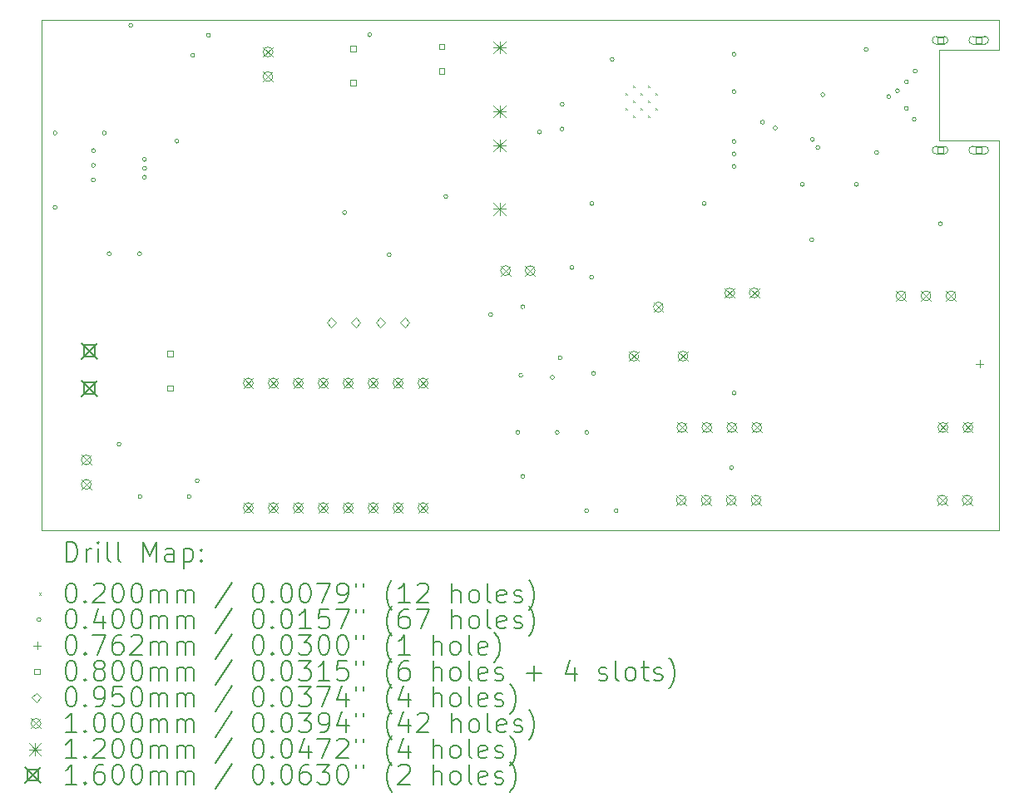
<source format=gbr>
%TF.GenerationSoftware,KiCad,Pcbnew,8.0.1-8.0.1-1~ubuntu22.04.1*%
%TF.CreationDate,2024-04-07T11:52:26+03:00*%
%TF.ProjectId,main-module,6d61696e-2d6d-46f6-9475-6c652e6b6963,rev?*%
%TF.SameCoordinates,Original*%
%TF.FileFunction,Drillmap*%
%TF.FilePolarity,Positive*%
%FSLAX45Y45*%
G04 Gerber Fmt 4.5, Leading zero omitted, Abs format (unit mm)*
G04 Created by KiCad (PCBNEW 8.0.1-8.0.1-1~ubuntu22.04.1) date 2024-04-07 11:52:26*
%MOMM*%
%LPD*%
G01*
G04 APERTURE LIST*
%ADD10C,0.100000*%
%ADD11C,0.120000*%
%ADD12C,0.200000*%
%ADD13C,0.160000*%
G04 APERTURE END LIST*
D10*
X5600000Y-9900000D02*
X15350000Y-9900000D01*
X5600000Y-4700000D02*
X5600000Y-9900000D01*
X15350000Y-4700000D02*
X5600000Y-4700000D01*
X15350000Y-6085000D02*
X15350000Y-9900000D01*
X15350000Y-4700000D02*
X15350000Y-4825000D01*
D11*
X14740000Y-5005000D02*
X14740000Y-5925000D01*
X14740000Y-5925000D02*
X15350000Y-5925000D01*
X15350000Y-4825000D02*
X15350000Y-5005000D01*
X15350000Y-5005000D02*
X14740000Y-5005000D01*
X15350000Y-5925000D02*
X15350000Y-6085000D01*
D12*
D10*
X11543750Y-5441250D02*
X11563750Y-5461250D01*
X11563750Y-5441250D02*
X11543750Y-5461250D01*
X11543750Y-5593750D02*
X11563750Y-5613750D01*
X11563750Y-5593750D02*
X11543750Y-5613750D01*
X11620000Y-5365000D02*
X11640000Y-5385000D01*
X11640000Y-5365000D02*
X11620000Y-5385000D01*
X11620000Y-5517500D02*
X11640000Y-5537500D01*
X11640000Y-5517500D02*
X11620000Y-5537500D01*
X11620000Y-5670000D02*
X11640000Y-5690000D01*
X11640000Y-5670000D02*
X11620000Y-5690000D01*
X11696250Y-5441250D02*
X11716250Y-5461250D01*
X11716250Y-5441250D02*
X11696250Y-5461250D01*
X11696250Y-5593750D02*
X11716250Y-5613750D01*
X11716250Y-5593750D02*
X11696250Y-5613750D01*
X11772500Y-5365000D02*
X11792500Y-5385000D01*
X11792500Y-5365000D02*
X11772500Y-5385000D01*
X11772500Y-5517500D02*
X11792500Y-5537500D01*
X11792500Y-5517500D02*
X11772500Y-5537500D01*
X11772500Y-5670000D02*
X11792500Y-5690000D01*
X11792500Y-5670000D02*
X11772500Y-5690000D01*
X11848750Y-5441250D02*
X11868750Y-5461250D01*
X11868750Y-5441250D02*
X11848750Y-5461250D01*
X11848750Y-5593750D02*
X11868750Y-5613750D01*
X11868750Y-5593750D02*
X11848750Y-5613750D01*
X5759500Y-5850000D02*
G75*
G02*
X5719500Y-5850000I-20000J0D01*
G01*
X5719500Y-5850000D02*
G75*
G02*
X5759500Y-5850000I20000J0D01*
G01*
X5759500Y-6610000D02*
G75*
G02*
X5719500Y-6610000I-20000J0D01*
G01*
X5719500Y-6610000D02*
G75*
G02*
X5759500Y-6610000I20000J0D01*
G01*
X6149500Y-6030000D02*
G75*
G02*
X6109500Y-6030000I-20000J0D01*
G01*
X6109500Y-6030000D02*
G75*
G02*
X6149500Y-6030000I20000J0D01*
G01*
X6149500Y-6180000D02*
G75*
G02*
X6109500Y-6180000I-20000J0D01*
G01*
X6109500Y-6180000D02*
G75*
G02*
X6149500Y-6180000I20000J0D01*
G01*
X6149500Y-6330000D02*
G75*
G02*
X6109500Y-6330000I-20000J0D01*
G01*
X6109500Y-6330000D02*
G75*
G02*
X6149500Y-6330000I20000J0D01*
G01*
X6259500Y-5850000D02*
G75*
G02*
X6219500Y-5850000I-20000J0D01*
G01*
X6219500Y-5850000D02*
G75*
G02*
X6259500Y-5850000I20000J0D01*
G01*
X6309500Y-7080000D02*
G75*
G02*
X6269500Y-7080000I-20000J0D01*
G01*
X6269500Y-7080000D02*
G75*
G02*
X6309500Y-7080000I20000J0D01*
G01*
X6410000Y-9020000D02*
G75*
G02*
X6370000Y-9020000I-20000J0D01*
G01*
X6370000Y-9020000D02*
G75*
G02*
X6410000Y-9020000I20000J0D01*
G01*
X6530000Y-4753500D02*
G75*
G02*
X6490000Y-4753500I-20000J0D01*
G01*
X6490000Y-4753500D02*
G75*
G02*
X6530000Y-4753500I20000J0D01*
G01*
X6619500Y-7080000D02*
G75*
G02*
X6579500Y-7080000I-20000J0D01*
G01*
X6579500Y-7080000D02*
G75*
G02*
X6619500Y-7080000I20000J0D01*
G01*
X6624500Y-9555000D02*
G75*
G02*
X6584500Y-9555000I-20000J0D01*
G01*
X6584500Y-9555000D02*
G75*
G02*
X6624500Y-9555000I20000J0D01*
G01*
X6669500Y-6120000D02*
G75*
G02*
X6629500Y-6120000I-20000J0D01*
G01*
X6629500Y-6120000D02*
G75*
G02*
X6669500Y-6120000I20000J0D01*
G01*
X6669500Y-6210000D02*
G75*
G02*
X6629500Y-6210000I-20000J0D01*
G01*
X6629500Y-6210000D02*
G75*
G02*
X6669500Y-6210000I20000J0D01*
G01*
X6669500Y-6300000D02*
G75*
G02*
X6629500Y-6300000I-20000J0D01*
G01*
X6629500Y-6300000D02*
G75*
G02*
X6669500Y-6300000I20000J0D01*
G01*
X6999500Y-5933500D02*
G75*
G02*
X6959500Y-5933500I-20000J0D01*
G01*
X6959500Y-5933500D02*
G75*
G02*
X6999500Y-5933500I20000J0D01*
G01*
X7124500Y-9555000D02*
G75*
G02*
X7084500Y-9555000I-20000J0D01*
G01*
X7084500Y-9555000D02*
G75*
G02*
X7124500Y-9555000I20000J0D01*
G01*
X7159500Y-5060000D02*
G75*
G02*
X7119500Y-5060000I-20000J0D01*
G01*
X7119500Y-5060000D02*
G75*
G02*
X7159500Y-5060000I20000J0D01*
G01*
X7205750Y-9392500D02*
G75*
G02*
X7165750Y-9392500I-20000J0D01*
G01*
X7165750Y-9392500D02*
G75*
G02*
X7205750Y-9392500I20000J0D01*
G01*
X7320000Y-4855000D02*
G75*
G02*
X7280000Y-4855000I-20000J0D01*
G01*
X7280000Y-4855000D02*
G75*
G02*
X7320000Y-4855000I20000J0D01*
G01*
X8705750Y-6661250D02*
G75*
G02*
X8665750Y-6661250I-20000J0D01*
G01*
X8665750Y-6661250D02*
G75*
G02*
X8705750Y-6661250I20000J0D01*
G01*
X8960000Y-4850000D02*
G75*
G02*
X8920000Y-4850000I-20000J0D01*
G01*
X8920000Y-4850000D02*
G75*
G02*
X8960000Y-4850000I20000J0D01*
G01*
X9160000Y-7090000D02*
G75*
G02*
X9120000Y-7090000I-20000J0D01*
G01*
X9120000Y-7090000D02*
G75*
G02*
X9160000Y-7090000I20000J0D01*
G01*
X9736500Y-6497000D02*
G75*
G02*
X9696500Y-6497000I-20000J0D01*
G01*
X9696500Y-6497000D02*
G75*
G02*
X9736500Y-6497000I20000J0D01*
G01*
X10192500Y-7700000D02*
G75*
G02*
X10152500Y-7700000I-20000J0D01*
G01*
X10152500Y-7700000D02*
G75*
G02*
X10192500Y-7700000I20000J0D01*
G01*
X10470000Y-8900000D02*
G75*
G02*
X10430000Y-8900000I-20000J0D01*
G01*
X10430000Y-8900000D02*
G75*
G02*
X10470000Y-8900000I20000J0D01*
G01*
X10500000Y-8320000D02*
G75*
G02*
X10460000Y-8320000I-20000J0D01*
G01*
X10460000Y-8320000D02*
G75*
G02*
X10500000Y-8320000I20000J0D01*
G01*
X10520000Y-7620000D02*
G75*
G02*
X10480000Y-7620000I-20000J0D01*
G01*
X10480000Y-7620000D02*
G75*
G02*
X10520000Y-7620000I20000J0D01*
G01*
X10520000Y-9350000D02*
G75*
G02*
X10480000Y-9350000I-20000J0D01*
G01*
X10480000Y-9350000D02*
G75*
G02*
X10520000Y-9350000I20000J0D01*
G01*
X10690000Y-5840000D02*
G75*
G02*
X10650000Y-5840000I-20000J0D01*
G01*
X10650000Y-5840000D02*
G75*
G02*
X10690000Y-5840000I20000J0D01*
G01*
X10820000Y-8340000D02*
G75*
G02*
X10780000Y-8340000I-20000J0D01*
G01*
X10780000Y-8340000D02*
G75*
G02*
X10820000Y-8340000I20000J0D01*
G01*
X10870000Y-8900000D02*
G75*
G02*
X10830000Y-8900000I-20000J0D01*
G01*
X10830000Y-8900000D02*
G75*
G02*
X10870000Y-8900000I20000J0D01*
G01*
X10900000Y-8140000D02*
G75*
G02*
X10860000Y-8140000I-20000J0D01*
G01*
X10860000Y-8140000D02*
G75*
G02*
X10900000Y-8140000I20000J0D01*
G01*
X10920000Y-5560000D02*
G75*
G02*
X10880000Y-5560000I-20000J0D01*
G01*
X10880000Y-5560000D02*
G75*
G02*
X10920000Y-5560000I20000J0D01*
G01*
X10920000Y-5810000D02*
G75*
G02*
X10880000Y-5810000I-20000J0D01*
G01*
X10880000Y-5810000D02*
G75*
G02*
X10920000Y-5810000I20000J0D01*
G01*
X11020000Y-7220000D02*
G75*
G02*
X10980000Y-7220000I-20000J0D01*
G01*
X10980000Y-7220000D02*
G75*
G02*
X11020000Y-7220000I20000J0D01*
G01*
X11170000Y-8900000D02*
G75*
G02*
X11130000Y-8900000I-20000J0D01*
G01*
X11130000Y-8900000D02*
G75*
G02*
X11170000Y-8900000I20000J0D01*
G01*
X11170000Y-9700000D02*
G75*
G02*
X11130000Y-9700000I-20000J0D01*
G01*
X11130000Y-9700000D02*
G75*
G02*
X11170000Y-9700000I20000J0D01*
G01*
X11220000Y-7320000D02*
G75*
G02*
X11180000Y-7320000I-20000J0D01*
G01*
X11180000Y-7320000D02*
G75*
G02*
X11220000Y-7320000I20000J0D01*
G01*
X11223250Y-6569500D02*
G75*
G02*
X11183250Y-6569500I-20000J0D01*
G01*
X11183250Y-6569500D02*
G75*
G02*
X11223250Y-6569500I20000J0D01*
G01*
X11240000Y-8300000D02*
G75*
G02*
X11200000Y-8300000I-20000J0D01*
G01*
X11200000Y-8300000D02*
G75*
G02*
X11240000Y-8300000I20000J0D01*
G01*
X11430000Y-5100000D02*
G75*
G02*
X11390000Y-5100000I-20000J0D01*
G01*
X11390000Y-5100000D02*
G75*
G02*
X11430000Y-5100000I20000J0D01*
G01*
X11470000Y-9700000D02*
G75*
G02*
X11430000Y-9700000I-20000J0D01*
G01*
X11430000Y-9700000D02*
G75*
G02*
X11470000Y-9700000I20000J0D01*
G01*
X12366250Y-6569500D02*
G75*
G02*
X12326250Y-6569500I-20000J0D01*
G01*
X12326250Y-6569500D02*
G75*
G02*
X12366250Y-6569500I20000J0D01*
G01*
X12643500Y-9260000D02*
G75*
G02*
X12603500Y-9260000I-20000J0D01*
G01*
X12603500Y-9260000D02*
G75*
G02*
X12643500Y-9260000I20000J0D01*
G01*
X12669250Y-5047500D02*
G75*
G02*
X12629250Y-5047500I-20000J0D01*
G01*
X12629250Y-5047500D02*
G75*
G02*
X12669250Y-5047500I20000J0D01*
G01*
X12669250Y-5428500D02*
G75*
G02*
X12629250Y-5428500I-20000J0D01*
G01*
X12629250Y-5428500D02*
G75*
G02*
X12669250Y-5428500I20000J0D01*
G01*
X12669250Y-5936500D02*
G75*
G02*
X12629250Y-5936500I-20000J0D01*
G01*
X12629250Y-5936500D02*
G75*
G02*
X12669250Y-5936500I20000J0D01*
G01*
X12669250Y-6063500D02*
G75*
G02*
X12629250Y-6063500I-20000J0D01*
G01*
X12629250Y-6063500D02*
G75*
G02*
X12669250Y-6063500I20000J0D01*
G01*
X12669250Y-6190500D02*
G75*
G02*
X12629250Y-6190500I-20000J0D01*
G01*
X12629250Y-6190500D02*
G75*
G02*
X12669250Y-6190500I20000J0D01*
G01*
X12670000Y-8500000D02*
G75*
G02*
X12630000Y-8500000I-20000J0D01*
G01*
X12630000Y-8500000D02*
G75*
G02*
X12670000Y-8500000I20000J0D01*
G01*
X12960000Y-5740000D02*
G75*
G02*
X12920000Y-5740000I-20000J0D01*
G01*
X12920000Y-5740000D02*
G75*
G02*
X12960000Y-5740000I20000J0D01*
G01*
X13090000Y-5800000D02*
G75*
G02*
X13050000Y-5800000I-20000J0D01*
G01*
X13050000Y-5800000D02*
G75*
G02*
X13090000Y-5800000I20000J0D01*
G01*
X13365000Y-6375000D02*
G75*
G02*
X13325000Y-6375000I-20000J0D01*
G01*
X13325000Y-6375000D02*
G75*
G02*
X13365000Y-6375000I20000J0D01*
G01*
X13460000Y-6940000D02*
G75*
G02*
X13420000Y-6940000I-20000J0D01*
G01*
X13420000Y-6940000D02*
G75*
G02*
X13460000Y-6940000I20000J0D01*
G01*
X13467938Y-5916916D02*
G75*
G02*
X13427938Y-5916916I-20000J0D01*
G01*
X13427938Y-5916916D02*
G75*
G02*
X13467938Y-5916916I20000J0D01*
G01*
X13523500Y-6000000D02*
G75*
G02*
X13483500Y-6000000I-20000J0D01*
G01*
X13483500Y-6000000D02*
G75*
G02*
X13523500Y-6000000I20000J0D01*
G01*
X13573500Y-5460000D02*
G75*
G02*
X13533500Y-5460000I-20000J0D01*
G01*
X13533500Y-5460000D02*
G75*
G02*
X13573500Y-5460000I20000J0D01*
G01*
X13915000Y-6375000D02*
G75*
G02*
X13875000Y-6375000I-20000J0D01*
G01*
X13875000Y-6375000D02*
G75*
G02*
X13915000Y-6375000I20000J0D01*
G01*
X14013500Y-5000000D02*
G75*
G02*
X13973500Y-5000000I-20000J0D01*
G01*
X13973500Y-5000000D02*
G75*
G02*
X14013500Y-5000000I20000J0D01*
G01*
X14120000Y-6050000D02*
G75*
G02*
X14080000Y-6050000I-20000J0D01*
G01*
X14080000Y-6050000D02*
G75*
G02*
X14120000Y-6050000I20000J0D01*
G01*
X14243500Y-5480000D02*
G75*
G02*
X14203500Y-5480000I-20000J0D01*
G01*
X14203500Y-5480000D02*
G75*
G02*
X14243500Y-5480000I20000J0D01*
G01*
X14333500Y-5420000D02*
G75*
G02*
X14293500Y-5420000I-20000J0D01*
G01*
X14293500Y-5420000D02*
G75*
G02*
X14333500Y-5420000I20000J0D01*
G01*
X14423500Y-5330000D02*
G75*
G02*
X14383500Y-5330000I-20000J0D01*
G01*
X14383500Y-5330000D02*
G75*
G02*
X14423500Y-5330000I20000J0D01*
G01*
X14423500Y-5600000D02*
G75*
G02*
X14383500Y-5600000I-20000J0D01*
G01*
X14383500Y-5600000D02*
G75*
G02*
X14423500Y-5600000I20000J0D01*
G01*
X14503500Y-5710000D02*
G75*
G02*
X14463500Y-5710000I-20000J0D01*
G01*
X14463500Y-5710000D02*
G75*
G02*
X14503500Y-5710000I20000J0D01*
G01*
X14513500Y-5220000D02*
G75*
G02*
X14473500Y-5220000I-20000J0D01*
G01*
X14473500Y-5220000D02*
G75*
G02*
X14513500Y-5220000I20000J0D01*
G01*
X14770000Y-6775000D02*
G75*
G02*
X14730000Y-6775000I-20000J0D01*
G01*
X14730000Y-6775000D02*
G75*
G02*
X14770000Y-6775000I20000J0D01*
G01*
X15150000Y-8161900D02*
X15150000Y-8238100D01*
X15111900Y-8200000D02*
X15188100Y-8200000D01*
X6937784Y-8128284D02*
X6937784Y-8071715D01*
X6881215Y-8071715D01*
X6881215Y-8128284D01*
X6937784Y-8128284D01*
X6937784Y-8478285D02*
X6937784Y-8421716D01*
X6881215Y-8421716D01*
X6881215Y-8478285D01*
X6937784Y-8478285D01*
X8801785Y-5018285D02*
X8801785Y-4961716D01*
X8745216Y-4961716D01*
X8745216Y-5018285D01*
X8801785Y-5018285D01*
X8801785Y-5368285D02*
X8801785Y-5311716D01*
X8745216Y-5311716D01*
X8745216Y-5368285D01*
X8801785Y-5368285D01*
X9701785Y-4998285D02*
X9701785Y-4941716D01*
X9645216Y-4941716D01*
X9645216Y-4998285D01*
X9701785Y-4998285D01*
X9701785Y-5248285D02*
X9701785Y-5191716D01*
X9645216Y-5191716D01*
X9645216Y-5248285D01*
X9701785Y-5248285D01*
X14775784Y-4933285D02*
X14775784Y-4876716D01*
X14719215Y-4876716D01*
X14719215Y-4933285D01*
X14775784Y-4933285D01*
X14787500Y-4865000D02*
X14707500Y-4865000D01*
X14707500Y-4945000D02*
G75*
G02*
X14707500Y-4865000I0J40000D01*
G01*
X14707500Y-4945000D02*
X14787500Y-4945000D01*
X14787500Y-4945000D02*
G75*
G03*
X14787500Y-4865000I0J40000D01*
G01*
X14775784Y-6053284D02*
X14775784Y-5996715D01*
X14719215Y-5996715D01*
X14719215Y-6053284D01*
X14775784Y-6053284D01*
X14787500Y-5985000D02*
X14707500Y-5985000D01*
X14707500Y-6065000D02*
G75*
G02*
X14707500Y-5985000I0J40000D01*
G01*
X14707500Y-6065000D02*
X14787500Y-6065000D01*
X14787500Y-6065000D02*
G75*
G03*
X14787500Y-5985000I0J40000D01*
G01*
X15168284Y-4933285D02*
X15168284Y-4876716D01*
X15111715Y-4876716D01*
X15111715Y-4933285D01*
X15168284Y-4933285D01*
X15200000Y-4865000D02*
X15080000Y-4865000D01*
X15080000Y-4945000D02*
G75*
G02*
X15080000Y-4865000I0J40000D01*
G01*
X15080000Y-4945000D02*
X15200000Y-4945000D01*
X15200000Y-4945000D02*
G75*
G03*
X15200000Y-4865000I0J40000D01*
G01*
X15168284Y-6053284D02*
X15168284Y-5996715D01*
X15111715Y-5996715D01*
X15111715Y-6053284D01*
X15168284Y-6053284D01*
X15200000Y-5985000D02*
X15080000Y-5985000D01*
X15080000Y-6065000D02*
G75*
G02*
X15080000Y-5985000I0J40000D01*
G01*
X15080000Y-6065000D02*
X15200000Y-6065000D01*
X15200000Y-6065000D02*
G75*
G03*
X15200000Y-5985000I0J40000D01*
G01*
X8550000Y-7827500D02*
X8597500Y-7780000D01*
X8550000Y-7732500D01*
X8502500Y-7780000D01*
X8550000Y-7827500D01*
X8800000Y-7827500D02*
X8847500Y-7780000D01*
X8800000Y-7732500D01*
X8752500Y-7780000D01*
X8800000Y-7827500D01*
X9050000Y-7827500D02*
X9097500Y-7780000D01*
X9050000Y-7732500D01*
X9002500Y-7780000D01*
X9050000Y-7827500D01*
X9300000Y-7827500D02*
X9347500Y-7780000D01*
X9300000Y-7732500D01*
X9252500Y-7780000D01*
X9300000Y-7827500D01*
X6007000Y-9130000D02*
X6107000Y-9230000D01*
X6107000Y-9130000D02*
X6007000Y-9230000D01*
X6107000Y-9180000D02*
G75*
G02*
X6007000Y-9180000I-50000J0D01*
G01*
X6007000Y-9180000D02*
G75*
G02*
X6107000Y-9180000I50000J0D01*
G01*
X6007000Y-9380000D02*
X6107000Y-9480000D01*
X6107000Y-9380000D02*
X6007000Y-9480000D01*
X6107000Y-9430000D02*
G75*
G02*
X6007000Y-9430000I-50000J0D01*
G01*
X6007000Y-9430000D02*
G75*
G02*
X6107000Y-9430000I50000J0D01*
G01*
X7656000Y-8347500D02*
X7756000Y-8447500D01*
X7756000Y-8347500D02*
X7656000Y-8447500D01*
X7756000Y-8397500D02*
G75*
G02*
X7656000Y-8397500I-50000J0D01*
G01*
X7656000Y-8397500D02*
G75*
G02*
X7756000Y-8397500I50000J0D01*
G01*
X7656000Y-9617500D02*
X7756000Y-9717500D01*
X7756000Y-9617500D02*
X7656000Y-9717500D01*
X7756000Y-9667500D02*
G75*
G02*
X7656000Y-9667500I-50000J0D01*
G01*
X7656000Y-9667500D02*
G75*
G02*
X7756000Y-9667500I50000J0D01*
G01*
X7856000Y-4975000D02*
X7956000Y-5075000D01*
X7956000Y-4975000D02*
X7856000Y-5075000D01*
X7956000Y-5025000D02*
G75*
G02*
X7856000Y-5025000I-50000J0D01*
G01*
X7856000Y-5025000D02*
G75*
G02*
X7956000Y-5025000I50000J0D01*
G01*
X7856000Y-5225000D02*
X7956000Y-5325000D01*
X7956000Y-5225000D02*
X7856000Y-5325000D01*
X7956000Y-5275000D02*
G75*
G02*
X7856000Y-5275000I-50000J0D01*
G01*
X7856000Y-5275000D02*
G75*
G02*
X7956000Y-5275000I50000J0D01*
G01*
X7910000Y-8347500D02*
X8010000Y-8447500D01*
X8010000Y-8347500D02*
X7910000Y-8447500D01*
X8010000Y-8397500D02*
G75*
G02*
X7910000Y-8397500I-50000J0D01*
G01*
X7910000Y-8397500D02*
G75*
G02*
X8010000Y-8397500I50000J0D01*
G01*
X7910000Y-9617500D02*
X8010000Y-9717500D01*
X8010000Y-9617500D02*
X7910000Y-9717500D01*
X8010000Y-9667500D02*
G75*
G02*
X7910000Y-9667500I-50000J0D01*
G01*
X7910000Y-9667500D02*
G75*
G02*
X8010000Y-9667500I50000J0D01*
G01*
X8164000Y-8347500D02*
X8264000Y-8447500D01*
X8264000Y-8347500D02*
X8164000Y-8447500D01*
X8264000Y-8397500D02*
G75*
G02*
X8164000Y-8397500I-50000J0D01*
G01*
X8164000Y-8397500D02*
G75*
G02*
X8264000Y-8397500I50000J0D01*
G01*
X8164000Y-9617500D02*
X8264000Y-9717500D01*
X8264000Y-9617500D02*
X8164000Y-9717500D01*
X8264000Y-9667500D02*
G75*
G02*
X8164000Y-9667500I-50000J0D01*
G01*
X8164000Y-9667500D02*
G75*
G02*
X8264000Y-9667500I50000J0D01*
G01*
X8418000Y-8347500D02*
X8518000Y-8447500D01*
X8518000Y-8347500D02*
X8418000Y-8447500D01*
X8518000Y-8397500D02*
G75*
G02*
X8418000Y-8397500I-50000J0D01*
G01*
X8418000Y-8397500D02*
G75*
G02*
X8518000Y-8397500I50000J0D01*
G01*
X8418000Y-9617500D02*
X8518000Y-9717500D01*
X8518000Y-9617500D02*
X8418000Y-9717500D01*
X8518000Y-9667500D02*
G75*
G02*
X8418000Y-9667500I-50000J0D01*
G01*
X8418000Y-9667500D02*
G75*
G02*
X8518000Y-9667500I50000J0D01*
G01*
X8672000Y-8347500D02*
X8772000Y-8447500D01*
X8772000Y-8347500D02*
X8672000Y-8447500D01*
X8772000Y-8397500D02*
G75*
G02*
X8672000Y-8397500I-50000J0D01*
G01*
X8672000Y-8397500D02*
G75*
G02*
X8772000Y-8397500I50000J0D01*
G01*
X8672000Y-9617500D02*
X8772000Y-9717500D01*
X8772000Y-9617500D02*
X8672000Y-9717500D01*
X8772000Y-9667500D02*
G75*
G02*
X8672000Y-9667500I-50000J0D01*
G01*
X8672000Y-9667500D02*
G75*
G02*
X8772000Y-9667500I50000J0D01*
G01*
X8926000Y-8347500D02*
X9026000Y-8447500D01*
X9026000Y-8347500D02*
X8926000Y-8447500D01*
X9026000Y-8397500D02*
G75*
G02*
X8926000Y-8397500I-50000J0D01*
G01*
X8926000Y-8397500D02*
G75*
G02*
X9026000Y-8397500I50000J0D01*
G01*
X8926000Y-9617500D02*
X9026000Y-9717500D01*
X9026000Y-9617500D02*
X8926000Y-9717500D01*
X9026000Y-9667500D02*
G75*
G02*
X8926000Y-9667500I-50000J0D01*
G01*
X8926000Y-9667500D02*
G75*
G02*
X9026000Y-9667500I50000J0D01*
G01*
X9180000Y-8347500D02*
X9280000Y-8447500D01*
X9280000Y-8347500D02*
X9180000Y-8447500D01*
X9280000Y-8397500D02*
G75*
G02*
X9180000Y-8397500I-50000J0D01*
G01*
X9180000Y-8397500D02*
G75*
G02*
X9280000Y-8397500I50000J0D01*
G01*
X9180000Y-9617500D02*
X9280000Y-9717500D01*
X9280000Y-9617500D02*
X9180000Y-9717500D01*
X9280000Y-9667500D02*
G75*
G02*
X9180000Y-9667500I-50000J0D01*
G01*
X9180000Y-9667500D02*
G75*
G02*
X9280000Y-9667500I50000J0D01*
G01*
X9434000Y-8347500D02*
X9534000Y-8447500D01*
X9534000Y-8347500D02*
X9434000Y-8447500D01*
X9534000Y-8397500D02*
G75*
G02*
X9434000Y-8397500I-50000J0D01*
G01*
X9434000Y-8397500D02*
G75*
G02*
X9534000Y-8397500I50000J0D01*
G01*
X9434000Y-9617500D02*
X9534000Y-9717500D01*
X9534000Y-9617500D02*
X9434000Y-9717500D01*
X9534000Y-9667500D02*
G75*
G02*
X9434000Y-9667500I-50000J0D01*
G01*
X9434000Y-9667500D02*
G75*
G02*
X9534000Y-9667500I50000J0D01*
G01*
X10275000Y-7202500D02*
X10375000Y-7302500D01*
X10375000Y-7202500D02*
X10275000Y-7302500D01*
X10375000Y-7252500D02*
G75*
G02*
X10275000Y-7252500I-50000J0D01*
G01*
X10275000Y-7252500D02*
G75*
G02*
X10375000Y-7252500I50000J0D01*
G01*
X10525000Y-7202500D02*
X10625000Y-7302500D01*
X10625000Y-7202500D02*
X10525000Y-7302500D01*
X10625000Y-7252500D02*
G75*
G02*
X10525000Y-7252500I-50000J0D01*
G01*
X10525000Y-7252500D02*
G75*
G02*
X10625000Y-7252500I50000J0D01*
G01*
X11580000Y-8074000D02*
X11680000Y-8174000D01*
X11680000Y-8074000D02*
X11580000Y-8174000D01*
X11680000Y-8124000D02*
G75*
G02*
X11580000Y-8124000I-50000J0D01*
G01*
X11580000Y-8124000D02*
G75*
G02*
X11680000Y-8124000I50000J0D01*
G01*
X11830000Y-7574000D02*
X11930000Y-7674000D01*
X11930000Y-7574000D02*
X11830000Y-7674000D01*
X11930000Y-7624000D02*
G75*
G02*
X11830000Y-7624000I-50000J0D01*
G01*
X11830000Y-7624000D02*
G75*
G02*
X11930000Y-7624000I50000J0D01*
G01*
X12061500Y-9540000D02*
X12161500Y-9640000D01*
X12161500Y-9540000D02*
X12061500Y-9640000D01*
X12161500Y-9590000D02*
G75*
G02*
X12061500Y-9590000I-50000J0D01*
G01*
X12061500Y-9590000D02*
G75*
G02*
X12161500Y-9590000I50000J0D01*
G01*
X12068000Y-8800000D02*
X12168000Y-8900000D01*
X12168000Y-8800000D02*
X12068000Y-8900000D01*
X12168000Y-8850000D02*
G75*
G02*
X12068000Y-8850000I-50000J0D01*
G01*
X12068000Y-8850000D02*
G75*
G02*
X12168000Y-8850000I50000J0D01*
G01*
X12080000Y-8074000D02*
X12180000Y-8174000D01*
X12180000Y-8074000D02*
X12080000Y-8174000D01*
X12180000Y-8124000D02*
G75*
G02*
X12080000Y-8124000I-50000J0D01*
G01*
X12080000Y-8124000D02*
G75*
G02*
X12180000Y-8124000I50000J0D01*
G01*
X12315500Y-9540000D02*
X12415500Y-9640000D01*
X12415500Y-9540000D02*
X12315500Y-9640000D01*
X12415500Y-9590000D02*
G75*
G02*
X12315500Y-9590000I-50000J0D01*
G01*
X12315500Y-9590000D02*
G75*
G02*
X12415500Y-9590000I50000J0D01*
G01*
X12322000Y-8800000D02*
X12422000Y-8900000D01*
X12422000Y-8800000D02*
X12322000Y-8900000D01*
X12422000Y-8850000D02*
G75*
G02*
X12322000Y-8850000I-50000J0D01*
G01*
X12322000Y-8850000D02*
G75*
G02*
X12422000Y-8850000I50000J0D01*
G01*
X12555000Y-7430000D02*
X12655000Y-7530000D01*
X12655000Y-7430000D02*
X12555000Y-7530000D01*
X12655000Y-7480000D02*
G75*
G02*
X12555000Y-7480000I-50000J0D01*
G01*
X12555000Y-7480000D02*
G75*
G02*
X12655000Y-7480000I50000J0D01*
G01*
X12569500Y-9540000D02*
X12669500Y-9640000D01*
X12669500Y-9540000D02*
X12569500Y-9640000D01*
X12669500Y-9590000D02*
G75*
G02*
X12569500Y-9590000I-50000J0D01*
G01*
X12569500Y-9590000D02*
G75*
G02*
X12669500Y-9590000I50000J0D01*
G01*
X12576000Y-8800000D02*
X12676000Y-8900000D01*
X12676000Y-8800000D02*
X12576000Y-8900000D01*
X12676000Y-8850000D02*
G75*
G02*
X12576000Y-8850000I-50000J0D01*
G01*
X12576000Y-8850000D02*
G75*
G02*
X12676000Y-8850000I50000J0D01*
G01*
X12805000Y-7430000D02*
X12905000Y-7530000D01*
X12905000Y-7430000D02*
X12805000Y-7530000D01*
X12905000Y-7480000D02*
G75*
G02*
X12805000Y-7480000I-50000J0D01*
G01*
X12805000Y-7480000D02*
G75*
G02*
X12905000Y-7480000I50000J0D01*
G01*
X12823500Y-9540000D02*
X12923500Y-9640000D01*
X12923500Y-9540000D02*
X12823500Y-9640000D01*
X12923500Y-9590000D02*
G75*
G02*
X12823500Y-9590000I-50000J0D01*
G01*
X12823500Y-9590000D02*
G75*
G02*
X12923500Y-9590000I50000J0D01*
G01*
X12830000Y-8800000D02*
X12930000Y-8900000D01*
X12930000Y-8800000D02*
X12830000Y-8900000D01*
X12930000Y-8850000D02*
G75*
G02*
X12830000Y-8850000I-50000J0D01*
G01*
X12830000Y-8850000D02*
G75*
G02*
X12930000Y-8850000I50000J0D01*
G01*
X14299500Y-7460000D02*
X14399500Y-7560000D01*
X14399500Y-7460000D02*
X14299500Y-7560000D01*
X14399500Y-7510000D02*
G75*
G02*
X14299500Y-7510000I-50000J0D01*
G01*
X14299500Y-7510000D02*
G75*
G02*
X14399500Y-7510000I50000J0D01*
G01*
X14553500Y-7460000D02*
X14653500Y-7560000D01*
X14653500Y-7460000D02*
X14553500Y-7560000D01*
X14653500Y-7510000D02*
G75*
G02*
X14553500Y-7510000I-50000J0D01*
G01*
X14553500Y-7510000D02*
G75*
G02*
X14653500Y-7510000I50000J0D01*
G01*
X14719500Y-9540000D02*
X14819500Y-9640000D01*
X14819500Y-9540000D02*
X14719500Y-9640000D01*
X14819500Y-9590000D02*
G75*
G02*
X14719500Y-9590000I-50000J0D01*
G01*
X14719500Y-9590000D02*
G75*
G02*
X14819500Y-9590000I50000J0D01*
G01*
X14726000Y-8800000D02*
X14826000Y-8900000D01*
X14826000Y-8800000D02*
X14726000Y-8900000D01*
X14826000Y-8850000D02*
G75*
G02*
X14726000Y-8850000I-50000J0D01*
G01*
X14726000Y-8850000D02*
G75*
G02*
X14826000Y-8850000I50000J0D01*
G01*
X14807500Y-7460000D02*
X14907500Y-7560000D01*
X14907500Y-7460000D02*
X14807500Y-7560000D01*
X14907500Y-7510000D02*
G75*
G02*
X14807500Y-7510000I-50000J0D01*
G01*
X14807500Y-7510000D02*
G75*
G02*
X14907500Y-7510000I50000J0D01*
G01*
X14973500Y-9540000D02*
X15073500Y-9640000D01*
X15073500Y-9540000D02*
X14973500Y-9640000D01*
X15073500Y-9590000D02*
G75*
G02*
X14973500Y-9590000I-50000J0D01*
G01*
X14973500Y-9590000D02*
G75*
G02*
X15073500Y-9590000I50000J0D01*
G01*
X14980000Y-8800000D02*
X15080000Y-8900000D01*
X15080000Y-8800000D02*
X14980000Y-8900000D01*
X15080000Y-8850000D02*
G75*
G02*
X14980000Y-8850000I-50000J0D01*
G01*
X14980000Y-8850000D02*
G75*
G02*
X15080000Y-8850000I50000J0D01*
G01*
D11*
X10203500Y-4917500D02*
X10323500Y-5037500D01*
X10323500Y-4917500D02*
X10203500Y-5037500D01*
X10263500Y-4917500D02*
X10263500Y-5037500D01*
X10203500Y-4977500D02*
X10323500Y-4977500D01*
X10203500Y-5567500D02*
X10323500Y-5687500D01*
X10323500Y-5567500D02*
X10203500Y-5687500D01*
X10263500Y-5567500D02*
X10263500Y-5687500D01*
X10203500Y-5627500D02*
X10323500Y-5627500D01*
X10203500Y-5915000D02*
X10323500Y-6035000D01*
X10323500Y-5915000D02*
X10203500Y-6035000D01*
X10263500Y-5915000D02*
X10263500Y-6035000D01*
X10203500Y-5975000D02*
X10323500Y-5975000D01*
X10203500Y-6565000D02*
X10323500Y-6685000D01*
X10323500Y-6565000D02*
X10203500Y-6685000D01*
X10263500Y-6565000D02*
X10263500Y-6685000D01*
X10203500Y-6625000D02*
X10323500Y-6625000D01*
D13*
X6009500Y-7989500D02*
X6169500Y-8149500D01*
X6169500Y-7989500D02*
X6009500Y-8149500D01*
X6146069Y-8126069D02*
X6146069Y-8012931D01*
X6032931Y-8012931D01*
X6032931Y-8126069D01*
X6146069Y-8126069D01*
X6009500Y-8370500D02*
X6169500Y-8530500D01*
X6169500Y-8370500D02*
X6009500Y-8530500D01*
X6146069Y-8507069D02*
X6146069Y-8393931D01*
X6032931Y-8393931D01*
X6032931Y-8507069D01*
X6146069Y-8507069D01*
D12*
X5855777Y-10216484D02*
X5855777Y-10016484D01*
X5855777Y-10016484D02*
X5903396Y-10016484D01*
X5903396Y-10016484D02*
X5931967Y-10026008D01*
X5931967Y-10026008D02*
X5951015Y-10045055D01*
X5951015Y-10045055D02*
X5960539Y-10064103D01*
X5960539Y-10064103D02*
X5970062Y-10102198D01*
X5970062Y-10102198D02*
X5970062Y-10130770D01*
X5970062Y-10130770D02*
X5960539Y-10168865D01*
X5960539Y-10168865D02*
X5951015Y-10187912D01*
X5951015Y-10187912D02*
X5931967Y-10206960D01*
X5931967Y-10206960D02*
X5903396Y-10216484D01*
X5903396Y-10216484D02*
X5855777Y-10216484D01*
X6055777Y-10216484D02*
X6055777Y-10083150D01*
X6055777Y-10121246D02*
X6065301Y-10102198D01*
X6065301Y-10102198D02*
X6074824Y-10092674D01*
X6074824Y-10092674D02*
X6093872Y-10083150D01*
X6093872Y-10083150D02*
X6112920Y-10083150D01*
X6179586Y-10216484D02*
X6179586Y-10083150D01*
X6179586Y-10016484D02*
X6170062Y-10026008D01*
X6170062Y-10026008D02*
X6179586Y-10035531D01*
X6179586Y-10035531D02*
X6189110Y-10026008D01*
X6189110Y-10026008D02*
X6179586Y-10016484D01*
X6179586Y-10016484D02*
X6179586Y-10035531D01*
X6303396Y-10216484D02*
X6284348Y-10206960D01*
X6284348Y-10206960D02*
X6274824Y-10187912D01*
X6274824Y-10187912D02*
X6274824Y-10016484D01*
X6408158Y-10216484D02*
X6389110Y-10206960D01*
X6389110Y-10206960D02*
X6379586Y-10187912D01*
X6379586Y-10187912D02*
X6379586Y-10016484D01*
X6636729Y-10216484D02*
X6636729Y-10016484D01*
X6636729Y-10016484D02*
X6703396Y-10159341D01*
X6703396Y-10159341D02*
X6770062Y-10016484D01*
X6770062Y-10016484D02*
X6770062Y-10216484D01*
X6951015Y-10216484D02*
X6951015Y-10111722D01*
X6951015Y-10111722D02*
X6941491Y-10092674D01*
X6941491Y-10092674D02*
X6922443Y-10083150D01*
X6922443Y-10083150D02*
X6884348Y-10083150D01*
X6884348Y-10083150D02*
X6865301Y-10092674D01*
X6951015Y-10206960D02*
X6931967Y-10216484D01*
X6931967Y-10216484D02*
X6884348Y-10216484D01*
X6884348Y-10216484D02*
X6865301Y-10206960D01*
X6865301Y-10206960D02*
X6855777Y-10187912D01*
X6855777Y-10187912D02*
X6855777Y-10168865D01*
X6855777Y-10168865D02*
X6865301Y-10149817D01*
X6865301Y-10149817D02*
X6884348Y-10140293D01*
X6884348Y-10140293D02*
X6931967Y-10140293D01*
X6931967Y-10140293D02*
X6951015Y-10130770D01*
X7046253Y-10083150D02*
X7046253Y-10283150D01*
X7046253Y-10092674D02*
X7065301Y-10083150D01*
X7065301Y-10083150D02*
X7103396Y-10083150D01*
X7103396Y-10083150D02*
X7122443Y-10092674D01*
X7122443Y-10092674D02*
X7131967Y-10102198D01*
X7131967Y-10102198D02*
X7141491Y-10121246D01*
X7141491Y-10121246D02*
X7141491Y-10178389D01*
X7141491Y-10178389D02*
X7131967Y-10197436D01*
X7131967Y-10197436D02*
X7122443Y-10206960D01*
X7122443Y-10206960D02*
X7103396Y-10216484D01*
X7103396Y-10216484D02*
X7065301Y-10216484D01*
X7065301Y-10216484D02*
X7046253Y-10206960D01*
X7227205Y-10197436D02*
X7236729Y-10206960D01*
X7236729Y-10206960D02*
X7227205Y-10216484D01*
X7227205Y-10216484D02*
X7217682Y-10206960D01*
X7217682Y-10206960D02*
X7227205Y-10197436D01*
X7227205Y-10197436D02*
X7227205Y-10216484D01*
X7227205Y-10092674D02*
X7236729Y-10102198D01*
X7236729Y-10102198D02*
X7227205Y-10111722D01*
X7227205Y-10111722D02*
X7217682Y-10102198D01*
X7217682Y-10102198D02*
X7227205Y-10092674D01*
X7227205Y-10092674D02*
X7227205Y-10111722D01*
D10*
X5575000Y-10535000D02*
X5595000Y-10555000D01*
X5595000Y-10535000D02*
X5575000Y-10555000D01*
D12*
X5893872Y-10436484D02*
X5912920Y-10436484D01*
X5912920Y-10436484D02*
X5931967Y-10446008D01*
X5931967Y-10446008D02*
X5941491Y-10455531D01*
X5941491Y-10455531D02*
X5951015Y-10474579D01*
X5951015Y-10474579D02*
X5960539Y-10512674D01*
X5960539Y-10512674D02*
X5960539Y-10560293D01*
X5960539Y-10560293D02*
X5951015Y-10598389D01*
X5951015Y-10598389D02*
X5941491Y-10617436D01*
X5941491Y-10617436D02*
X5931967Y-10626960D01*
X5931967Y-10626960D02*
X5912920Y-10636484D01*
X5912920Y-10636484D02*
X5893872Y-10636484D01*
X5893872Y-10636484D02*
X5874824Y-10626960D01*
X5874824Y-10626960D02*
X5865301Y-10617436D01*
X5865301Y-10617436D02*
X5855777Y-10598389D01*
X5855777Y-10598389D02*
X5846253Y-10560293D01*
X5846253Y-10560293D02*
X5846253Y-10512674D01*
X5846253Y-10512674D02*
X5855777Y-10474579D01*
X5855777Y-10474579D02*
X5865301Y-10455531D01*
X5865301Y-10455531D02*
X5874824Y-10446008D01*
X5874824Y-10446008D02*
X5893872Y-10436484D01*
X6046253Y-10617436D02*
X6055777Y-10626960D01*
X6055777Y-10626960D02*
X6046253Y-10636484D01*
X6046253Y-10636484D02*
X6036729Y-10626960D01*
X6036729Y-10626960D02*
X6046253Y-10617436D01*
X6046253Y-10617436D02*
X6046253Y-10636484D01*
X6131967Y-10455531D02*
X6141491Y-10446008D01*
X6141491Y-10446008D02*
X6160539Y-10436484D01*
X6160539Y-10436484D02*
X6208158Y-10436484D01*
X6208158Y-10436484D02*
X6227205Y-10446008D01*
X6227205Y-10446008D02*
X6236729Y-10455531D01*
X6236729Y-10455531D02*
X6246253Y-10474579D01*
X6246253Y-10474579D02*
X6246253Y-10493627D01*
X6246253Y-10493627D02*
X6236729Y-10522198D01*
X6236729Y-10522198D02*
X6122443Y-10636484D01*
X6122443Y-10636484D02*
X6246253Y-10636484D01*
X6370062Y-10436484D02*
X6389110Y-10436484D01*
X6389110Y-10436484D02*
X6408158Y-10446008D01*
X6408158Y-10446008D02*
X6417682Y-10455531D01*
X6417682Y-10455531D02*
X6427205Y-10474579D01*
X6427205Y-10474579D02*
X6436729Y-10512674D01*
X6436729Y-10512674D02*
X6436729Y-10560293D01*
X6436729Y-10560293D02*
X6427205Y-10598389D01*
X6427205Y-10598389D02*
X6417682Y-10617436D01*
X6417682Y-10617436D02*
X6408158Y-10626960D01*
X6408158Y-10626960D02*
X6389110Y-10636484D01*
X6389110Y-10636484D02*
X6370062Y-10636484D01*
X6370062Y-10636484D02*
X6351015Y-10626960D01*
X6351015Y-10626960D02*
X6341491Y-10617436D01*
X6341491Y-10617436D02*
X6331967Y-10598389D01*
X6331967Y-10598389D02*
X6322443Y-10560293D01*
X6322443Y-10560293D02*
X6322443Y-10512674D01*
X6322443Y-10512674D02*
X6331967Y-10474579D01*
X6331967Y-10474579D02*
X6341491Y-10455531D01*
X6341491Y-10455531D02*
X6351015Y-10446008D01*
X6351015Y-10446008D02*
X6370062Y-10436484D01*
X6560539Y-10436484D02*
X6579586Y-10436484D01*
X6579586Y-10436484D02*
X6598634Y-10446008D01*
X6598634Y-10446008D02*
X6608158Y-10455531D01*
X6608158Y-10455531D02*
X6617682Y-10474579D01*
X6617682Y-10474579D02*
X6627205Y-10512674D01*
X6627205Y-10512674D02*
X6627205Y-10560293D01*
X6627205Y-10560293D02*
X6617682Y-10598389D01*
X6617682Y-10598389D02*
X6608158Y-10617436D01*
X6608158Y-10617436D02*
X6598634Y-10626960D01*
X6598634Y-10626960D02*
X6579586Y-10636484D01*
X6579586Y-10636484D02*
X6560539Y-10636484D01*
X6560539Y-10636484D02*
X6541491Y-10626960D01*
X6541491Y-10626960D02*
X6531967Y-10617436D01*
X6531967Y-10617436D02*
X6522443Y-10598389D01*
X6522443Y-10598389D02*
X6512920Y-10560293D01*
X6512920Y-10560293D02*
X6512920Y-10512674D01*
X6512920Y-10512674D02*
X6522443Y-10474579D01*
X6522443Y-10474579D02*
X6531967Y-10455531D01*
X6531967Y-10455531D02*
X6541491Y-10446008D01*
X6541491Y-10446008D02*
X6560539Y-10436484D01*
X6712920Y-10636484D02*
X6712920Y-10503150D01*
X6712920Y-10522198D02*
X6722443Y-10512674D01*
X6722443Y-10512674D02*
X6741491Y-10503150D01*
X6741491Y-10503150D02*
X6770063Y-10503150D01*
X6770063Y-10503150D02*
X6789110Y-10512674D01*
X6789110Y-10512674D02*
X6798634Y-10531722D01*
X6798634Y-10531722D02*
X6798634Y-10636484D01*
X6798634Y-10531722D02*
X6808158Y-10512674D01*
X6808158Y-10512674D02*
X6827205Y-10503150D01*
X6827205Y-10503150D02*
X6855777Y-10503150D01*
X6855777Y-10503150D02*
X6874824Y-10512674D01*
X6874824Y-10512674D02*
X6884348Y-10531722D01*
X6884348Y-10531722D02*
X6884348Y-10636484D01*
X6979586Y-10636484D02*
X6979586Y-10503150D01*
X6979586Y-10522198D02*
X6989110Y-10512674D01*
X6989110Y-10512674D02*
X7008158Y-10503150D01*
X7008158Y-10503150D02*
X7036729Y-10503150D01*
X7036729Y-10503150D02*
X7055777Y-10512674D01*
X7055777Y-10512674D02*
X7065301Y-10531722D01*
X7065301Y-10531722D02*
X7065301Y-10636484D01*
X7065301Y-10531722D02*
X7074824Y-10512674D01*
X7074824Y-10512674D02*
X7093872Y-10503150D01*
X7093872Y-10503150D02*
X7122443Y-10503150D01*
X7122443Y-10503150D02*
X7141491Y-10512674D01*
X7141491Y-10512674D02*
X7151015Y-10531722D01*
X7151015Y-10531722D02*
X7151015Y-10636484D01*
X7541491Y-10426960D02*
X7370063Y-10684103D01*
X7798634Y-10436484D02*
X7817682Y-10436484D01*
X7817682Y-10436484D02*
X7836729Y-10446008D01*
X7836729Y-10446008D02*
X7846253Y-10455531D01*
X7846253Y-10455531D02*
X7855777Y-10474579D01*
X7855777Y-10474579D02*
X7865301Y-10512674D01*
X7865301Y-10512674D02*
X7865301Y-10560293D01*
X7865301Y-10560293D02*
X7855777Y-10598389D01*
X7855777Y-10598389D02*
X7846253Y-10617436D01*
X7846253Y-10617436D02*
X7836729Y-10626960D01*
X7836729Y-10626960D02*
X7817682Y-10636484D01*
X7817682Y-10636484D02*
X7798634Y-10636484D01*
X7798634Y-10636484D02*
X7779586Y-10626960D01*
X7779586Y-10626960D02*
X7770063Y-10617436D01*
X7770063Y-10617436D02*
X7760539Y-10598389D01*
X7760539Y-10598389D02*
X7751015Y-10560293D01*
X7751015Y-10560293D02*
X7751015Y-10512674D01*
X7751015Y-10512674D02*
X7760539Y-10474579D01*
X7760539Y-10474579D02*
X7770063Y-10455531D01*
X7770063Y-10455531D02*
X7779586Y-10446008D01*
X7779586Y-10446008D02*
X7798634Y-10436484D01*
X7951015Y-10617436D02*
X7960539Y-10626960D01*
X7960539Y-10626960D02*
X7951015Y-10636484D01*
X7951015Y-10636484D02*
X7941491Y-10626960D01*
X7941491Y-10626960D02*
X7951015Y-10617436D01*
X7951015Y-10617436D02*
X7951015Y-10636484D01*
X8084348Y-10436484D02*
X8103396Y-10436484D01*
X8103396Y-10436484D02*
X8122444Y-10446008D01*
X8122444Y-10446008D02*
X8131967Y-10455531D01*
X8131967Y-10455531D02*
X8141491Y-10474579D01*
X8141491Y-10474579D02*
X8151015Y-10512674D01*
X8151015Y-10512674D02*
X8151015Y-10560293D01*
X8151015Y-10560293D02*
X8141491Y-10598389D01*
X8141491Y-10598389D02*
X8131967Y-10617436D01*
X8131967Y-10617436D02*
X8122444Y-10626960D01*
X8122444Y-10626960D02*
X8103396Y-10636484D01*
X8103396Y-10636484D02*
X8084348Y-10636484D01*
X8084348Y-10636484D02*
X8065301Y-10626960D01*
X8065301Y-10626960D02*
X8055777Y-10617436D01*
X8055777Y-10617436D02*
X8046253Y-10598389D01*
X8046253Y-10598389D02*
X8036729Y-10560293D01*
X8036729Y-10560293D02*
X8036729Y-10512674D01*
X8036729Y-10512674D02*
X8046253Y-10474579D01*
X8046253Y-10474579D02*
X8055777Y-10455531D01*
X8055777Y-10455531D02*
X8065301Y-10446008D01*
X8065301Y-10446008D02*
X8084348Y-10436484D01*
X8274825Y-10436484D02*
X8293872Y-10436484D01*
X8293872Y-10436484D02*
X8312920Y-10446008D01*
X8312920Y-10446008D02*
X8322444Y-10455531D01*
X8322444Y-10455531D02*
X8331967Y-10474579D01*
X8331967Y-10474579D02*
X8341491Y-10512674D01*
X8341491Y-10512674D02*
X8341491Y-10560293D01*
X8341491Y-10560293D02*
X8331967Y-10598389D01*
X8331967Y-10598389D02*
X8322444Y-10617436D01*
X8322444Y-10617436D02*
X8312920Y-10626960D01*
X8312920Y-10626960D02*
X8293872Y-10636484D01*
X8293872Y-10636484D02*
X8274825Y-10636484D01*
X8274825Y-10636484D02*
X8255777Y-10626960D01*
X8255777Y-10626960D02*
X8246253Y-10617436D01*
X8246253Y-10617436D02*
X8236729Y-10598389D01*
X8236729Y-10598389D02*
X8227206Y-10560293D01*
X8227206Y-10560293D02*
X8227206Y-10512674D01*
X8227206Y-10512674D02*
X8236729Y-10474579D01*
X8236729Y-10474579D02*
X8246253Y-10455531D01*
X8246253Y-10455531D02*
X8255777Y-10446008D01*
X8255777Y-10446008D02*
X8274825Y-10436484D01*
X8408158Y-10436484D02*
X8541491Y-10436484D01*
X8541491Y-10436484D02*
X8455777Y-10636484D01*
X8627206Y-10636484D02*
X8665301Y-10636484D01*
X8665301Y-10636484D02*
X8684349Y-10626960D01*
X8684349Y-10626960D02*
X8693872Y-10617436D01*
X8693872Y-10617436D02*
X8712920Y-10588865D01*
X8712920Y-10588865D02*
X8722444Y-10550770D01*
X8722444Y-10550770D02*
X8722444Y-10474579D01*
X8722444Y-10474579D02*
X8712920Y-10455531D01*
X8712920Y-10455531D02*
X8703396Y-10446008D01*
X8703396Y-10446008D02*
X8684349Y-10436484D01*
X8684349Y-10436484D02*
X8646253Y-10436484D01*
X8646253Y-10436484D02*
X8627206Y-10446008D01*
X8627206Y-10446008D02*
X8617682Y-10455531D01*
X8617682Y-10455531D02*
X8608158Y-10474579D01*
X8608158Y-10474579D02*
X8608158Y-10522198D01*
X8608158Y-10522198D02*
X8617682Y-10541246D01*
X8617682Y-10541246D02*
X8627206Y-10550770D01*
X8627206Y-10550770D02*
X8646253Y-10560293D01*
X8646253Y-10560293D02*
X8684349Y-10560293D01*
X8684349Y-10560293D02*
X8703396Y-10550770D01*
X8703396Y-10550770D02*
X8712920Y-10541246D01*
X8712920Y-10541246D02*
X8722444Y-10522198D01*
X8798634Y-10436484D02*
X8798634Y-10474579D01*
X8874825Y-10436484D02*
X8874825Y-10474579D01*
X9170063Y-10712674D02*
X9160539Y-10703150D01*
X9160539Y-10703150D02*
X9141491Y-10674579D01*
X9141491Y-10674579D02*
X9131968Y-10655531D01*
X9131968Y-10655531D02*
X9122444Y-10626960D01*
X9122444Y-10626960D02*
X9112920Y-10579341D01*
X9112920Y-10579341D02*
X9112920Y-10541246D01*
X9112920Y-10541246D02*
X9122444Y-10493627D01*
X9122444Y-10493627D02*
X9131968Y-10465055D01*
X9131968Y-10465055D02*
X9141491Y-10446008D01*
X9141491Y-10446008D02*
X9160539Y-10417436D01*
X9160539Y-10417436D02*
X9170063Y-10407912D01*
X9351015Y-10636484D02*
X9236730Y-10636484D01*
X9293872Y-10636484D02*
X9293872Y-10436484D01*
X9293872Y-10436484D02*
X9274825Y-10465055D01*
X9274825Y-10465055D02*
X9255777Y-10484103D01*
X9255777Y-10484103D02*
X9236730Y-10493627D01*
X9427206Y-10455531D02*
X9436730Y-10446008D01*
X9436730Y-10446008D02*
X9455777Y-10436484D01*
X9455777Y-10436484D02*
X9503396Y-10436484D01*
X9503396Y-10436484D02*
X9522444Y-10446008D01*
X9522444Y-10446008D02*
X9531968Y-10455531D01*
X9531968Y-10455531D02*
X9541491Y-10474579D01*
X9541491Y-10474579D02*
X9541491Y-10493627D01*
X9541491Y-10493627D02*
X9531968Y-10522198D01*
X9531968Y-10522198D02*
X9417682Y-10636484D01*
X9417682Y-10636484D02*
X9541491Y-10636484D01*
X9779587Y-10636484D02*
X9779587Y-10436484D01*
X9865301Y-10636484D02*
X9865301Y-10531722D01*
X9865301Y-10531722D02*
X9855777Y-10512674D01*
X9855777Y-10512674D02*
X9836730Y-10503150D01*
X9836730Y-10503150D02*
X9808158Y-10503150D01*
X9808158Y-10503150D02*
X9789111Y-10512674D01*
X9789111Y-10512674D02*
X9779587Y-10522198D01*
X9989111Y-10636484D02*
X9970063Y-10626960D01*
X9970063Y-10626960D02*
X9960539Y-10617436D01*
X9960539Y-10617436D02*
X9951015Y-10598389D01*
X9951015Y-10598389D02*
X9951015Y-10541246D01*
X9951015Y-10541246D02*
X9960539Y-10522198D01*
X9960539Y-10522198D02*
X9970063Y-10512674D01*
X9970063Y-10512674D02*
X9989111Y-10503150D01*
X9989111Y-10503150D02*
X10017682Y-10503150D01*
X10017682Y-10503150D02*
X10036730Y-10512674D01*
X10036730Y-10512674D02*
X10046253Y-10522198D01*
X10046253Y-10522198D02*
X10055777Y-10541246D01*
X10055777Y-10541246D02*
X10055777Y-10598389D01*
X10055777Y-10598389D02*
X10046253Y-10617436D01*
X10046253Y-10617436D02*
X10036730Y-10626960D01*
X10036730Y-10626960D02*
X10017682Y-10636484D01*
X10017682Y-10636484D02*
X9989111Y-10636484D01*
X10170063Y-10636484D02*
X10151015Y-10626960D01*
X10151015Y-10626960D02*
X10141492Y-10607912D01*
X10141492Y-10607912D02*
X10141492Y-10436484D01*
X10322444Y-10626960D02*
X10303396Y-10636484D01*
X10303396Y-10636484D02*
X10265301Y-10636484D01*
X10265301Y-10636484D02*
X10246253Y-10626960D01*
X10246253Y-10626960D02*
X10236730Y-10607912D01*
X10236730Y-10607912D02*
X10236730Y-10531722D01*
X10236730Y-10531722D02*
X10246253Y-10512674D01*
X10246253Y-10512674D02*
X10265301Y-10503150D01*
X10265301Y-10503150D02*
X10303396Y-10503150D01*
X10303396Y-10503150D02*
X10322444Y-10512674D01*
X10322444Y-10512674D02*
X10331968Y-10531722D01*
X10331968Y-10531722D02*
X10331968Y-10550770D01*
X10331968Y-10550770D02*
X10236730Y-10569817D01*
X10408158Y-10626960D02*
X10427206Y-10636484D01*
X10427206Y-10636484D02*
X10465301Y-10636484D01*
X10465301Y-10636484D02*
X10484349Y-10626960D01*
X10484349Y-10626960D02*
X10493873Y-10607912D01*
X10493873Y-10607912D02*
X10493873Y-10598389D01*
X10493873Y-10598389D02*
X10484349Y-10579341D01*
X10484349Y-10579341D02*
X10465301Y-10569817D01*
X10465301Y-10569817D02*
X10436730Y-10569817D01*
X10436730Y-10569817D02*
X10417682Y-10560293D01*
X10417682Y-10560293D02*
X10408158Y-10541246D01*
X10408158Y-10541246D02*
X10408158Y-10531722D01*
X10408158Y-10531722D02*
X10417682Y-10512674D01*
X10417682Y-10512674D02*
X10436730Y-10503150D01*
X10436730Y-10503150D02*
X10465301Y-10503150D01*
X10465301Y-10503150D02*
X10484349Y-10512674D01*
X10560539Y-10712674D02*
X10570063Y-10703150D01*
X10570063Y-10703150D02*
X10589111Y-10674579D01*
X10589111Y-10674579D02*
X10598634Y-10655531D01*
X10598634Y-10655531D02*
X10608158Y-10626960D01*
X10608158Y-10626960D02*
X10617682Y-10579341D01*
X10617682Y-10579341D02*
X10617682Y-10541246D01*
X10617682Y-10541246D02*
X10608158Y-10493627D01*
X10608158Y-10493627D02*
X10598634Y-10465055D01*
X10598634Y-10465055D02*
X10589111Y-10446008D01*
X10589111Y-10446008D02*
X10570063Y-10417436D01*
X10570063Y-10417436D02*
X10560539Y-10407912D01*
D10*
X5595000Y-10809000D02*
G75*
G02*
X5555000Y-10809000I-20000J0D01*
G01*
X5555000Y-10809000D02*
G75*
G02*
X5595000Y-10809000I20000J0D01*
G01*
D12*
X5893872Y-10700484D02*
X5912920Y-10700484D01*
X5912920Y-10700484D02*
X5931967Y-10710008D01*
X5931967Y-10710008D02*
X5941491Y-10719531D01*
X5941491Y-10719531D02*
X5951015Y-10738579D01*
X5951015Y-10738579D02*
X5960539Y-10776674D01*
X5960539Y-10776674D02*
X5960539Y-10824293D01*
X5960539Y-10824293D02*
X5951015Y-10862389D01*
X5951015Y-10862389D02*
X5941491Y-10881436D01*
X5941491Y-10881436D02*
X5931967Y-10890960D01*
X5931967Y-10890960D02*
X5912920Y-10900484D01*
X5912920Y-10900484D02*
X5893872Y-10900484D01*
X5893872Y-10900484D02*
X5874824Y-10890960D01*
X5874824Y-10890960D02*
X5865301Y-10881436D01*
X5865301Y-10881436D02*
X5855777Y-10862389D01*
X5855777Y-10862389D02*
X5846253Y-10824293D01*
X5846253Y-10824293D02*
X5846253Y-10776674D01*
X5846253Y-10776674D02*
X5855777Y-10738579D01*
X5855777Y-10738579D02*
X5865301Y-10719531D01*
X5865301Y-10719531D02*
X5874824Y-10710008D01*
X5874824Y-10710008D02*
X5893872Y-10700484D01*
X6046253Y-10881436D02*
X6055777Y-10890960D01*
X6055777Y-10890960D02*
X6046253Y-10900484D01*
X6046253Y-10900484D02*
X6036729Y-10890960D01*
X6036729Y-10890960D02*
X6046253Y-10881436D01*
X6046253Y-10881436D02*
X6046253Y-10900484D01*
X6227205Y-10767150D02*
X6227205Y-10900484D01*
X6179586Y-10690960D02*
X6131967Y-10833817D01*
X6131967Y-10833817D02*
X6255777Y-10833817D01*
X6370062Y-10700484D02*
X6389110Y-10700484D01*
X6389110Y-10700484D02*
X6408158Y-10710008D01*
X6408158Y-10710008D02*
X6417682Y-10719531D01*
X6417682Y-10719531D02*
X6427205Y-10738579D01*
X6427205Y-10738579D02*
X6436729Y-10776674D01*
X6436729Y-10776674D02*
X6436729Y-10824293D01*
X6436729Y-10824293D02*
X6427205Y-10862389D01*
X6427205Y-10862389D02*
X6417682Y-10881436D01*
X6417682Y-10881436D02*
X6408158Y-10890960D01*
X6408158Y-10890960D02*
X6389110Y-10900484D01*
X6389110Y-10900484D02*
X6370062Y-10900484D01*
X6370062Y-10900484D02*
X6351015Y-10890960D01*
X6351015Y-10890960D02*
X6341491Y-10881436D01*
X6341491Y-10881436D02*
X6331967Y-10862389D01*
X6331967Y-10862389D02*
X6322443Y-10824293D01*
X6322443Y-10824293D02*
X6322443Y-10776674D01*
X6322443Y-10776674D02*
X6331967Y-10738579D01*
X6331967Y-10738579D02*
X6341491Y-10719531D01*
X6341491Y-10719531D02*
X6351015Y-10710008D01*
X6351015Y-10710008D02*
X6370062Y-10700484D01*
X6560539Y-10700484D02*
X6579586Y-10700484D01*
X6579586Y-10700484D02*
X6598634Y-10710008D01*
X6598634Y-10710008D02*
X6608158Y-10719531D01*
X6608158Y-10719531D02*
X6617682Y-10738579D01*
X6617682Y-10738579D02*
X6627205Y-10776674D01*
X6627205Y-10776674D02*
X6627205Y-10824293D01*
X6627205Y-10824293D02*
X6617682Y-10862389D01*
X6617682Y-10862389D02*
X6608158Y-10881436D01*
X6608158Y-10881436D02*
X6598634Y-10890960D01*
X6598634Y-10890960D02*
X6579586Y-10900484D01*
X6579586Y-10900484D02*
X6560539Y-10900484D01*
X6560539Y-10900484D02*
X6541491Y-10890960D01*
X6541491Y-10890960D02*
X6531967Y-10881436D01*
X6531967Y-10881436D02*
X6522443Y-10862389D01*
X6522443Y-10862389D02*
X6512920Y-10824293D01*
X6512920Y-10824293D02*
X6512920Y-10776674D01*
X6512920Y-10776674D02*
X6522443Y-10738579D01*
X6522443Y-10738579D02*
X6531967Y-10719531D01*
X6531967Y-10719531D02*
X6541491Y-10710008D01*
X6541491Y-10710008D02*
X6560539Y-10700484D01*
X6712920Y-10900484D02*
X6712920Y-10767150D01*
X6712920Y-10786198D02*
X6722443Y-10776674D01*
X6722443Y-10776674D02*
X6741491Y-10767150D01*
X6741491Y-10767150D02*
X6770063Y-10767150D01*
X6770063Y-10767150D02*
X6789110Y-10776674D01*
X6789110Y-10776674D02*
X6798634Y-10795722D01*
X6798634Y-10795722D02*
X6798634Y-10900484D01*
X6798634Y-10795722D02*
X6808158Y-10776674D01*
X6808158Y-10776674D02*
X6827205Y-10767150D01*
X6827205Y-10767150D02*
X6855777Y-10767150D01*
X6855777Y-10767150D02*
X6874824Y-10776674D01*
X6874824Y-10776674D02*
X6884348Y-10795722D01*
X6884348Y-10795722D02*
X6884348Y-10900484D01*
X6979586Y-10900484D02*
X6979586Y-10767150D01*
X6979586Y-10786198D02*
X6989110Y-10776674D01*
X6989110Y-10776674D02*
X7008158Y-10767150D01*
X7008158Y-10767150D02*
X7036729Y-10767150D01*
X7036729Y-10767150D02*
X7055777Y-10776674D01*
X7055777Y-10776674D02*
X7065301Y-10795722D01*
X7065301Y-10795722D02*
X7065301Y-10900484D01*
X7065301Y-10795722D02*
X7074824Y-10776674D01*
X7074824Y-10776674D02*
X7093872Y-10767150D01*
X7093872Y-10767150D02*
X7122443Y-10767150D01*
X7122443Y-10767150D02*
X7141491Y-10776674D01*
X7141491Y-10776674D02*
X7151015Y-10795722D01*
X7151015Y-10795722D02*
X7151015Y-10900484D01*
X7541491Y-10690960D02*
X7370063Y-10948103D01*
X7798634Y-10700484D02*
X7817682Y-10700484D01*
X7817682Y-10700484D02*
X7836729Y-10710008D01*
X7836729Y-10710008D02*
X7846253Y-10719531D01*
X7846253Y-10719531D02*
X7855777Y-10738579D01*
X7855777Y-10738579D02*
X7865301Y-10776674D01*
X7865301Y-10776674D02*
X7865301Y-10824293D01*
X7865301Y-10824293D02*
X7855777Y-10862389D01*
X7855777Y-10862389D02*
X7846253Y-10881436D01*
X7846253Y-10881436D02*
X7836729Y-10890960D01*
X7836729Y-10890960D02*
X7817682Y-10900484D01*
X7817682Y-10900484D02*
X7798634Y-10900484D01*
X7798634Y-10900484D02*
X7779586Y-10890960D01*
X7779586Y-10890960D02*
X7770063Y-10881436D01*
X7770063Y-10881436D02*
X7760539Y-10862389D01*
X7760539Y-10862389D02*
X7751015Y-10824293D01*
X7751015Y-10824293D02*
X7751015Y-10776674D01*
X7751015Y-10776674D02*
X7760539Y-10738579D01*
X7760539Y-10738579D02*
X7770063Y-10719531D01*
X7770063Y-10719531D02*
X7779586Y-10710008D01*
X7779586Y-10710008D02*
X7798634Y-10700484D01*
X7951015Y-10881436D02*
X7960539Y-10890960D01*
X7960539Y-10890960D02*
X7951015Y-10900484D01*
X7951015Y-10900484D02*
X7941491Y-10890960D01*
X7941491Y-10890960D02*
X7951015Y-10881436D01*
X7951015Y-10881436D02*
X7951015Y-10900484D01*
X8084348Y-10700484D02*
X8103396Y-10700484D01*
X8103396Y-10700484D02*
X8122444Y-10710008D01*
X8122444Y-10710008D02*
X8131967Y-10719531D01*
X8131967Y-10719531D02*
X8141491Y-10738579D01*
X8141491Y-10738579D02*
X8151015Y-10776674D01*
X8151015Y-10776674D02*
X8151015Y-10824293D01*
X8151015Y-10824293D02*
X8141491Y-10862389D01*
X8141491Y-10862389D02*
X8131967Y-10881436D01*
X8131967Y-10881436D02*
X8122444Y-10890960D01*
X8122444Y-10890960D02*
X8103396Y-10900484D01*
X8103396Y-10900484D02*
X8084348Y-10900484D01*
X8084348Y-10900484D02*
X8065301Y-10890960D01*
X8065301Y-10890960D02*
X8055777Y-10881436D01*
X8055777Y-10881436D02*
X8046253Y-10862389D01*
X8046253Y-10862389D02*
X8036729Y-10824293D01*
X8036729Y-10824293D02*
X8036729Y-10776674D01*
X8036729Y-10776674D02*
X8046253Y-10738579D01*
X8046253Y-10738579D02*
X8055777Y-10719531D01*
X8055777Y-10719531D02*
X8065301Y-10710008D01*
X8065301Y-10710008D02*
X8084348Y-10700484D01*
X8341491Y-10900484D02*
X8227206Y-10900484D01*
X8284348Y-10900484D02*
X8284348Y-10700484D01*
X8284348Y-10700484D02*
X8265301Y-10729055D01*
X8265301Y-10729055D02*
X8246253Y-10748103D01*
X8246253Y-10748103D02*
X8227206Y-10757627D01*
X8522444Y-10700484D02*
X8427206Y-10700484D01*
X8427206Y-10700484D02*
X8417682Y-10795722D01*
X8417682Y-10795722D02*
X8427206Y-10786198D01*
X8427206Y-10786198D02*
X8446253Y-10776674D01*
X8446253Y-10776674D02*
X8493872Y-10776674D01*
X8493872Y-10776674D02*
X8512920Y-10786198D01*
X8512920Y-10786198D02*
X8522444Y-10795722D01*
X8522444Y-10795722D02*
X8531968Y-10814770D01*
X8531968Y-10814770D02*
X8531968Y-10862389D01*
X8531968Y-10862389D02*
X8522444Y-10881436D01*
X8522444Y-10881436D02*
X8512920Y-10890960D01*
X8512920Y-10890960D02*
X8493872Y-10900484D01*
X8493872Y-10900484D02*
X8446253Y-10900484D01*
X8446253Y-10900484D02*
X8427206Y-10890960D01*
X8427206Y-10890960D02*
X8417682Y-10881436D01*
X8598634Y-10700484D02*
X8731968Y-10700484D01*
X8731968Y-10700484D02*
X8646253Y-10900484D01*
X8798634Y-10700484D02*
X8798634Y-10738579D01*
X8874825Y-10700484D02*
X8874825Y-10738579D01*
X9170063Y-10976674D02*
X9160539Y-10967150D01*
X9160539Y-10967150D02*
X9141491Y-10938579D01*
X9141491Y-10938579D02*
X9131968Y-10919531D01*
X9131968Y-10919531D02*
X9122444Y-10890960D01*
X9122444Y-10890960D02*
X9112920Y-10843341D01*
X9112920Y-10843341D02*
X9112920Y-10805246D01*
X9112920Y-10805246D02*
X9122444Y-10757627D01*
X9122444Y-10757627D02*
X9131968Y-10729055D01*
X9131968Y-10729055D02*
X9141491Y-10710008D01*
X9141491Y-10710008D02*
X9160539Y-10681436D01*
X9160539Y-10681436D02*
X9170063Y-10671912D01*
X9331968Y-10700484D02*
X9293872Y-10700484D01*
X9293872Y-10700484D02*
X9274825Y-10710008D01*
X9274825Y-10710008D02*
X9265301Y-10719531D01*
X9265301Y-10719531D02*
X9246253Y-10748103D01*
X9246253Y-10748103D02*
X9236730Y-10786198D01*
X9236730Y-10786198D02*
X9236730Y-10862389D01*
X9236730Y-10862389D02*
X9246253Y-10881436D01*
X9246253Y-10881436D02*
X9255777Y-10890960D01*
X9255777Y-10890960D02*
X9274825Y-10900484D01*
X9274825Y-10900484D02*
X9312920Y-10900484D01*
X9312920Y-10900484D02*
X9331968Y-10890960D01*
X9331968Y-10890960D02*
X9341491Y-10881436D01*
X9341491Y-10881436D02*
X9351015Y-10862389D01*
X9351015Y-10862389D02*
X9351015Y-10814770D01*
X9351015Y-10814770D02*
X9341491Y-10795722D01*
X9341491Y-10795722D02*
X9331968Y-10786198D01*
X9331968Y-10786198D02*
X9312920Y-10776674D01*
X9312920Y-10776674D02*
X9274825Y-10776674D01*
X9274825Y-10776674D02*
X9255777Y-10786198D01*
X9255777Y-10786198D02*
X9246253Y-10795722D01*
X9246253Y-10795722D02*
X9236730Y-10814770D01*
X9417682Y-10700484D02*
X9551015Y-10700484D01*
X9551015Y-10700484D02*
X9465301Y-10900484D01*
X9779587Y-10900484D02*
X9779587Y-10700484D01*
X9865301Y-10900484D02*
X9865301Y-10795722D01*
X9865301Y-10795722D02*
X9855777Y-10776674D01*
X9855777Y-10776674D02*
X9836730Y-10767150D01*
X9836730Y-10767150D02*
X9808158Y-10767150D01*
X9808158Y-10767150D02*
X9789111Y-10776674D01*
X9789111Y-10776674D02*
X9779587Y-10786198D01*
X9989111Y-10900484D02*
X9970063Y-10890960D01*
X9970063Y-10890960D02*
X9960539Y-10881436D01*
X9960539Y-10881436D02*
X9951015Y-10862389D01*
X9951015Y-10862389D02*
X9951015Y-10805246D01*
X9951015Y-10805246D02*
X9960539Y-10786198D01*
X9960539Y-10786198D02*
X9970063Y-10776674D01*
X9970063Y-10776674D02*
X9989111Y-10767150D01*
X9989111Y-10767150D02*
X10017682Y-10767150D01*
X10017682Y-10767150D02*
X10036730Y-10776674D01*
X10036730Y-10776674D02*
X10046253Y-10786198D01*
X10046253Y-10786198D02*
X10055777Y-10805246D01*
X10055777Y-10805246D02*
X10055777Y-10862389D01*
X10055777Y-10862389D02*
X10046253Y-10881436D01*
X10046253Y-10881436D02*
X10036730Y-10890960D01*
X10036730Y-10890960D02*
X10017682Y-10900484D01*
X10017682Y-10900484D02*
X9989111Y-10900484D01*
X10170063Y-10900484D02*
X10151015Y-10890960D01*
X10151015Y-10890960D02*
X10141492Y-10871912D01*
X10141492Y-10871912D02*
X10141492Y-10700484D01*
X10322444Y-10890960D02*
X10303396Y-10900484D01*
X10303396Y-10900484D02*
X10265301Y-10900484D01*
X10265301Y-10900484D02*
X10246253Y-10890960D01*
X10246253Y-10890960D02*
X10236730Y-10871912D01*
X10236730Y-10871912D02*
X10236730Y-10795722D01*
X10236730Y-10795722D02*
X10246253Y-10776674D01*
X10246253Y-10776674D02*
X10265301Y-10767150D01*
X10265301Y-10767150D02*
X10303396Y-10767150D01*
X10303396Y-10767150D02*
X10322444Y-10776674D01*
X10322444Y-10776674D02*
X10331968Y-10795722D01*
X10331968Y-10795722D02*
X10331968Y-10814770D01*
X10331968Y-10814770D02*
X10236730Y-10833817D01*
X10408158Y-10890960D02*
X10427206Y-10900484D01*
X10427206Y-10900484D02*
X10465301Y-10900484D01*
X10465301Y-10900484D02*
X10484349Y-10890960D01*
X10484349Y-10890960D02*
X10493873Y-10871912D01*
X10493873Y-10871912D02*
X10493873Y-10862389D01*
X10493873Y-10862389D02*
X10484349Y-10843341D01*
X10484349Y-10843341D02*
X10465301Y-10833817D01*
X10465301Y-10833817D02*
X10436730Y-10833817D01*
X10436730Y-10833817D02*
X10417682Y-10824293D01*
X10417682Y-10824293D02*
X10408158Y-10805246D01*
X10408158Y-10805246D02*
X10408158Y-10795722D01*
X10408158Y-10795722D02*
X10417682Y-10776674D01*
X10417682Y-10776674D02*
X10436730Y-10767150D01*
X10436730Y-10767150D02*
X10465301Y-10767150D01*
X10465301Y-10767150D02*
X10484349Y-10776674D01*
X10560539Y-10976674D02*
X10570063Y-10967150D01*
X10570063Y-10967150D02*
X10589111Y-10938579D01*
X10589111Y-10938579D02*
X10598634Y-10919531D01*
X10598634Y-10919531D02*
X10608158Y-10890960D01*
X10608158Y-10890960D02*
X10617682Y-10843341D01*
X10617682Y-10843341D02*
X10617682Y-10805246D01*
X10617682Y-10805246D02*
X10608158Y-10757627D01*
X10608158Y-10757627D02*
X10598634Y-10729055D01*
X10598634Y-10729055D02*
X10589111Y-10710008D01*
X10589111Y-10710008D02*
X10570063Y-10681436D01*
X10570063Y-10681436D02*
X10560539Y-10671912D01*
D10*
X5556900Y-11034900D02*
X5556900Y-11111100D01*
X5518800Y-11073000D02*
X5595000Y-11073000D01*
D12*
X5893872Y-10964484D02*
X5912920Y-10964484D01*
X5912920Y-10964484D02*
X5931967Y-10974008D01*
X5931967Y-10974008D02*
X5941491Y-10983531D01*
X5941491Y-10983531D02*
X5951015Y-11002579D01*
X5951015Y-11002579D02*
X5960539Y-11040674D01*
X5960539Y-11040674D02*
X5960539Y-11088293D01*
X5960539Y-11088293D02*
X5951015Y-11126389D01*
X5951015Y-11126389D02*
X5941491Y-11145436D01*
X5941491Y-11145436D02*
X5931967Y-11154960D01*
X5931967Y-11154960D02*
X5912920Y-11164484D01*
X5912920Y-11164484D02*
X5893872Y-11164484D01*
X5893872Y-11164484D02*
X5874824Y-11154960D01*
X5874824Y-11154960D02*
X5865301Y-11145436D01*
X5865301Y-11145436D02*
X5855777Y-11126389D01*
X5855777Y-11126389D02*
X5846253Y-11088293D01*
X5846253Y-11088293D02*
X5846253Y-11040674D01*
X5846253Y-11040674D02*
X5855777Y-11002579D01*
X5855777Y-11002579D02*
X5865301Y-10983531D01*
X5865301Y-10983531D02*
X5874824Y-10974008D01*
X5874824Y-10974008D02*
X5893872Y-10964484D01*
X6046253Y-11145436D02*
X6055777Y-11154960D01*
X6055777Y-11154960D02*
X6046253Y-11164484D01*
X6046253Y-11164484D02*
X6036729Y-11154960D01*
X6036729Y-11154960D02*
X6046253Y-11145436D01*
X6046253Y-11145436D02*
X6046253Y-11164484D01*
X6122443Y-10964484D02*
X6255777Y-10964484D01*
X6255777Y-10964484D02*
X6170062Y-11164484D01*
X6417682Y-10964484D02*
X6379586Y-10964484D01*
X6379586Y-10964484D02*
X6360539Y-10974008D01*
X6360539Y-10974008D02*
X6351015Y-10983531D01*
X6351015Y-10983531D02*
X6331967Y-11012103D01*
X6331967Y-11012103D02*
X6322443Y-11050198D01*
X6322443Y-11050198D02*
X6322443Y-11126389D01*
X6322443Y-11126389D02*
X6331967Y-11145436D01*
X6331967Y-11145436D02*
X6341491Y-11154960D01*
X6341491Y-11154960D02*
X6360539Y-11164484D01*
X6360539Y-11164484D02*
X6398634Y-11164484D01*
X6398634Y-11164484D02*
X6417682Y-11154960D01*
X6417682Y-11154960D02*
X6427205Y-11145436D01*
X6427205Y-11145436D02*
X6436729Y-11126389D01*
X6436729Y-11126389D02*
X6436729Y-11078770D01*
X6436729Y-11078770D02*
X6427205Y-11059722D01*
X6427205Y-11059722D02*
X6417682Y-11050198D01*
X6417682Y-11050198D02*
X6398634Y-11040674D01*
X6398634Y-11040674D02*
X6360539Y-11040674D01*
X6360539Y-11040674D02*
X6341491Y-11050198D01*
X6341491Y-11050198D02*
X6331967Y-11059722D01*
X6331967Y-11059722D02*
X6322443Y-11078770D01*
X6512920Y-10983531D02*
X6522443Y-10974008D01*
X6522443Y-10974008D02*
X6541491Y-10964484D01*
X6541491Y-10964484D02*
X6589110Y-10964484D01*
X6589110Y-10964484D02*
X6608158Y-10974008D01*
X6608158Y-10974008D02*
X6617682Y-10983531D01*
X6617682Y-10983531D02*
X6627205Y-11002579D01*
X6627205Y-11002579D02*
X6627205Y-11021627D01*
X6627205Y-11021627D02*
X6617682Y-11050198D01*
X6617682Y-11050198D02*
X6503396Y-11164484D01*
X6503396Y-11164484D02*
X6627205Y-11164484D01*
X6712920Y-11164484D02*
X6712920Y-11031150D01*
X6712920Y-11050198D02*
X6722443Y-11040674D01*
X6722443Y-11040674D02*
X6741491Y-11031150D01*
X6741491Y-11031150D02*
X6770063Y-11031150D01*
X6770063Y-11031150D02*
X6789110Y-11040674D01*
X6789110Y-11040674D02*
X6798634Y-11059722D01*
X6798634Y-11059722D02*
X6798634Y-11164484D01*
X6798634Y-11059722D02*
X6808158Y-11040674D01*
X6808158Y-11040674D02*
X6827205Y-11031150D01*
X6827205Y-11031150D02*
X6855777Y-11031150D01*
X6855777Y-11031150D02*
X6874824Y-11040674D01*
X6874824Y-11040674D02*
X6884348Y-11059722D01*
X6884348Y-11059722D02*
X6884348Y-11164484D01*
X6979586Y-11164484D02*
X6979586Y-11031150D01*
X6979586Y-11050198D02*
X6989110Y-11040674D01*
X6989110Y-11040674D02*
X7008158Y-11031150D01*
X7008158Y-11031150D02*
X7036729Y-11031150D01*
X7036729Y-11031150D02*
X7055777Y-11040674D01*
X7055777Y-11040674D02*
X7065301Y-11059722D01*
X7065301Y-11059722D02*
X7065301Y-11164484D01*
X7065301Y-11059722D02*
X7074824Y-11040674D01*
X7074824Y-11040674D02*
X7093872Y-11031150D01*
X7093872Y-11031150D02*
X7122443Y-11031150D01*
X7122443Y-11031150D02*
X7141491Y-11040674D01*
X7141491Y-11040674D02*
X7151015Y-11059722D01*
X7151015Y-11059722D02*
X7151015Y-11164484D01*
X7541491Y-10954960D02*
X7370063Y-11212103D01*
X7798634Y-10964484D02*
X7817682Y-10964484D01*
X7817682Y-10964484D02*
X7836729Y-10974008D01*
X7836729Y-10974008D02*
X7846253Y-10983531D01*
X7846253Y-10983531D02*
X7855777Y-11002579D01*
X7855777Y-11002579D02*
X7865301Y-11040674D01*
X7865301Y-11040674D02*
X7865301Y-11088293D01*
X7865301Y-11088293D02*
X7855777Y-11126389D01*
X7855777Y-11126389D02*
X7846253Y-11145436D01*
X7846253Y-11145436D02*
X7836729Y-11154960D01*
X7836729Y-11154960D02*
X7817682Y-11164484D01*
X7817682Y-11164484D02*
X7798634Y-11164484D01*
X7798634Y-11164484D02*
X7779586Y-11154960D01*
X7779586Y-11154960D02*
X7770063Y-11145436D01*
X7770063Y-11145436D02*
X7760539Y-11126389D01*
X7760539Y-11126389D02*
X7751015Y-11088293D01*
X7751015Y-11088293D02*
X7751015Y-11040674D01*
X7751015Y-11040674D02*
X7760539Y-11002579D01*
X7760539Y-11002579D02*
X7770063Y-10983531D01*
X7770063Y-10983531D02*
X7779586Y-10974008D01*
X7779586Y-10974008D02*
X7798634Y-10964484D01*
X7951015Y-11145436D02*
X7960539Y-11154960D01*
X7960539Y-11154960D02*
X7951015Y-11164484D01*
X7951015Y-11164484D02*
X7941491Y-11154960D01*
X7941491Y-11154960D02*
X7951015Y-11145436D01*
X7951015Y-11145436D02*
X7951015Y-11164484D01*
X8084348Y-10964484D02*
X8103396Y-10964484D01*
X8103396Y-10964484D02*
X8122444Y-10974008D01*
X8122444Y-10974008D02*
X8131967Y-10983531D01*
X8131967Y-10983531D02*
X8141491Y-11002579D01*
X8141491Y-11002579D02*
X8151015Y-11040674D01*
X8151015Y-11040674D02*
X8151015Y-11088293D01*
X8151015Y-11088293D02*
X8141491Y-11126389D01*
X8141491Y-11126389D02*
X8131967Y-11145436D01*
X8131967Y-11145436D02*
X8122444Y-11154960D01*
X8122444Y-11154960D02*
X8103396Y-11164484D01*
X8103396Y-11164484D02*
X8084348Y-11164484D01*
X8084348Y-11164484D02*
X8065301Y-11154960D01*
X8065301Y-11154960D02*
X8055777Y-11145436D01*
X8055777Y-11145436D02*
X8046253Y-11126389D01*
X8046253Y-11126389D02*
X8036729Y-11088293D01*
X8036729Y-11088293D02*
X8036729Y-11040674D01*
X8036729Y-11040674D02*
X8046253Y-11002579D01*
X8046253Y-11002579D02*
X8055777Y-10983531D01*
X8055777Y-10983531D02*
X8065301Y-10974008D01*
X8065301Y-10974008D02*
X8084348Y-10964484D01*
X8217682Y-10964484D02*
X8341491Y-10964484D01*
X8341491Y-10964484D02*
X8274825Y-11040674D01*
X8274825Y-11040674D02*
X8303396Y-11040674D01*
X8303396Y-11040674D02*
X8322444Y-11050198D01*
X8322444Y-11050198D02*
X8331967Y-11059722D01*
X8331967Y-11059722D02*
X8341491Y-11078770D01*
X8341491Y-11078770D02*
X8341491Y-11126389D01*
X8341491Y-11126389D02*
X8331967Y-11145436D01*
X8331967Y-11145436D02*
X8322444Y-11154960D01*
X8322444Y-11154960D02*
X8303396Y-11164484D01*
X8303396Y-11164484D02*
X8246253Y-11164484D01*
X8246253Y-11164484D02*
X8227206Y-11154960D01*
X8227206Y-11154960D02*
X8217682Y-11145436D01*
X8465301Y-10964484D02*
X8484349Y-10964484D01*
X8484349Y-10964484D02*
X8503396Y-10974008D01*
X8503396Y-10974008D02*
X8512920Y-10983531D01*
X8512920Y-10983531D02*
X8522444Y-11002579D01*
X8522444Y-11002579D02*
X8531968Y-11040674D01*
X8531968Y-11040674D02*
X8531968Y-11088293D01*
X8531968Y-11088293D02*
X8522444Y-11126389D01*
X8522444Y-11126389D02*
X8512920Y-11145436D01*
X8512920Y-11145436D02*
X8503396Y-11154960D01*
X8503396Y-11154960D02*
X8484349Y-11164484D01*
X8484349Y-11164484D02*
X8465301Y-11164484D01*
X8465301Y-11164484D02*
X8446253Y-11154960D01*
X8446253Y-11154960D02*
X8436729Y-11145436D01*
X8436729Y-11145436D02*
X8427206Y-11126389D01*
X8427206Y-11126389D02*
X8417682Y-11088293D01*
X8417682Y-11088293D02*
X8417682Y-11040674D01*
X8417682Y-11040674D02*
X8427206Y-11002579D01*
X8427206Y-11002579D02*
X8436729Y-10983531D01*
X8436729Y-10983531D02*
X8446253Y-10974008D01*
X8446253Y-10974008D02*
X8465301Y-10964484D01*
X8655777Y-10964484D02*
X8674825Y-10964484D01*
X8674825Y-10964484D02*
X8693872Y-10974008D01*
X8693872Y-10974008D02*
X8703396Y-10983531D01*
X8703396Y-10983531D02*
X8712920Y-11002579D01*
X8712920Y-11002579D02*
X8722444Y-11040674D01*
X8722444Y-11040674D02*
X8722444Y-11088293D01*
X8722444Y-11088293D02*
X8712920Y-11126389D01*
X8712920Y-11126389D02*
X8703396Y-11145436D01*
X8703396Y-11145436D02*
X8693872Y-11154960D01*
X8693872Y-11154960D02*
X8674825Y-11164484D01*
X8674825Y-11164484D02*
X8655777Y-11164484D01*
X8655777Y-11164484D02*
X8636729Y-11154960D01*
X8636729Y-11154960D02*
X8627206Y-11145436D01*
X8627206Y-11145436D02*
X8617682Y-11126389D01*
X8617682Y-11126389D02*
X8608158Y-11088293D01*
X8608158Y-11088293D02*
X8608158Y-11040674D01*
X8608158Y-11040674D02*
X8617682Y-11002579D01*
X8617682Y-11002579D02*
X8627206Y-10983531D01*
X8627206Y-10983531D02*
X8636729Y-10974008D01*
X8636729Y-10974008D02*
X8655777Y-10964484D01*
X8798634Y-10964484D02*
X8798634Y-11002579D01*
X8874825Y-10964484D02*
X8874825Y-11002579D01*
X9170063Y-11240674D02*
X9160539Y-11231150D01*
X9160539Y-11231150D02*
X9141491Y-11202579D01*
X9141491Y-11202579D02*
X9131968Y-11183531D01*
X9131968Y-11183531D02*
X9122444Y-11154960D01*
X9122444Y-11154960D02*
X9112920Y-11107341D01*
X9112920Y-11107341D02*
X9112920Y-11069246D01*
X9112920Y-11069246D02*
X9122444Y-11021627D01*
X9122444Y-11021627D02*
X9131968Y-10993055D01*
X9131968Y-10993055D02*
X9141491Y-10974008D01*
X9141491Y-10974008D02*
X9160539Y-10945436D01*
X9160539Y-10945436D02*
X9170063Y-10935912D01*
X9351015Y-11164484D02*
X9236730Y-11164484D01*
X9293872Y-11164484D02*
X9293872Y-10964484D01*
X9293872Y-10964484D02*
X9274825Y-10993055D01*
X9274825Y-10993055D02*
X9255777Y-11012103D01*
X9255777Y-11012103D02*
X9236730Y-11021627D01*
X9589111Y-11164484D02*
X9589111Y-10964484D01*
X9674825Y-11164484D02*
X9674825Y-11059722D01*
X9674825Y-11059722D02*
X9665301Y-11040674D01*
X9665301Y-11040674D02*
X9646253Y-11031150D01*
X9646253Y-11031150D02*
X9617682Y-11031150D01*
X9617682Y-11031150D02*
X9598634Y-11040674D01*
X9598634Y-11040674D02*
X9589111Y-11050198D01*
X9798634Y-11164484D02*
X9779587Y-11154960D01*
X9779587Y-11154960D02*
X9770063Y-11145436D01*
X9770063Y-11145436D02*
X9760539Y-11126389D01*
X9760539Y-11126389D02*
X9760539Y-11069246D01*
X9760539Y-11069246D02*
X9770063Y-11050198D01*
X9770063Y-11050198D02*
X9779587Y-11040674D01*
X9779587Y-11040674D02*
X9798634Y-11031150D01*
X9798634Y-11031150D02*
X9827206Y-11031150D01*
X9827206Y-11031150D02*
X9846253Y-11040674D01*
X9846253Y-11040674D02*
X9855777Y-11050198D01*
X9855777Y-11050198D02*
X9865301Y-11069246D01*
X9865301Y-11069246D02*
X9865301Y-11126389D01*
X9865301Y-11126389D02*
X9855777Y-11145436D01*
X9855777Y-11145436D02*
X9846253Y-11154960D01*
X9846253Y-11154960D02*
X9827206Y-11164484D01*
X9827206Y-11164484D02*
X9798634Y-11164484D01*
X9979587Y-11164484D02*
X9960539Y-11154960D01*
X9960539Y-11154960D02*
X9951015Y-11135912D01*
X9951015Y-11135912D02*
X9951015Y-10964484D01*
X10131968Y-11154960D02*
X10112920Y-11164484D01*
X10112920Y-11164484D02*
X10074825Y-11164484D01*
X10074825Y-11164484D02*
X10055777Y-11154960D01*
X10055777Y-11154960D02*
X10046253Y-11135912D01*
X10046253Y-11135912D02*
X10046253Y-11059722D01*
X10046253Y-11059722D02*
X10055777Y-11040674D01*
X10055777Y-11040674D02*
X10074825Y-11031150D01*
X10074825Y-11031150D02*
X10112920Y-11031150D01*
X10112920Y-11031150D02*
X10131968Y-11040674D01*
X10131968Y-11040674D02*
X10141492Y-11059722D01*
X10141492Y-11059722D02*
X10141492Y-11078770D01*
X10141492Y-11078770D02*
X10046253Y-11097817D01*
X10208158Y-11240674D02*
X10217682Y-11231150D01*
X10217682Y-11231150D02*
X10236730Y-11202579D01*
X10236730Y-11202579D02*
X10246253Y-11183531D01*
X10246253Y-11183531D02*
X10255777Y-11154960D01*
X10255777Y-11154960D02*
X10265301Y-11107341D01*
X10265301Y-11107341D02*
X10265301Y-11069246D01*
X10265301Y-11069246D02*
X10255777Y-11021627D01*
X10255777Y-11021627D02*
X10246253Y-10993055D01*
X10246253Y-10993055D02*
X10236730Y-10974008D01*
X10236730Y-10974008D02*
X10217682Y-10945436D01*
X10217682Y-10945436D02*
X10208158Y-10935912D01*
D10*
X5583285Y-11365284D02*
X5583285Y-11308715D01*
X5526716Y-11308715D01*
X5526716Y-11365284D01*
X5583285Y-11365284D01*
D12*
X5893872Y-11228484D02*
X5912920Y-11228484D01*
X5912920Y-11228484D02*
X5931967Y-11238008D01*
X5931967Y-11238008D02*
X5941491Y-11247531D01*
X5941491Y-11247531D02*
X5951015Y-11266579D01*
X5951015Y-11266579D02*
X5960539Y-11304674D01*
X5960539Y-11304674D02*
X5960539Y-11352293D01*
X5960539Y-11352293D02*
X5951015Y-11390388D01*
X5951015Y-11390388D02*
X5941491Y-11409436D01*
X5941491Y-11409436D02*
X5931967Y-11418960D01*
X5931967Y-11418960D02*
X5912920Y-11428484D01*
X5912920Y-11428484D02*
X5893872Y-11428484D01*
X5893872Y-11428484D02*
X5874824Y-11418960D01*
X5874824Y-11418960D02*
X5865301Y-11409436D01*
X5865301Y-11409436D02*
X5855777Y-11390388D01*
X5855777Y-11390388D02*
X5846253Y-11352293D01*
X5846253Y-11352293D02*
X5846253Y-11304674D01*
X5846253Y-11304674D02*
X5855777Y-11266579D01*
X5855777Y-11266579D02*
X5865301Y-11247531D01*
X5865301Y-11247531D02*
X5874824Y-11238008D01*
X5874824Y-11238008D02*
X5893872Y-11228484D01*
X6046253Y-11409436D02*
X6055777Y-11418960D01*
X6055777Y-11418960D02*
X6046253Y-11428484D01*
X6046253Y-11428484D02*
X6036729Y-11418960D01*
X6036729Y-11418960D02*
X6046253Y-11409436D01*
X6046253Y-11409436D02*
X6046253Y-11428484D01*
X6170062Y-11314198D02*
X6151015Y-11304674D01*
X6151015Y-11304674D02*
X6141491Y-11295150D01*
X6141491Y-11295150D02*
X6131967Y-11276103D01*
X6131967Y-11276103D02*
X6131967Y-11266579D01*
X6131967Y-11266579D02*
X6141491Y-11247531D01*
X6141491Y-11247531D02*
X6151015Y-11238008D01*
X6151015Y-11238008D02*
X6170062Y-11228484D01*
X6170062Y-11228484D02*
X6208158Y-11228484D01*
X6208158Y-11228484D02*
X6227205Y-11238008D01*
X6227205Y-11238008D02*
X6236729Y-11247531D01*
X6236729Y-11247531D02*
X6246253Y-11266579D01*
X6246253Y-11266579D02*
X6246253Y-11276103D01*
X6246253Y-11276103D02*
X6236729Y-11295150D01*
X6236729Y-11295150D02*
X6227205Y-11304674D01*
X6227205Y-11304674D02*
X6208158Y-11314198D01*
X6208158Y-11314198D02*
X6170062Y-11314198D01*
X6170062Y-11314198D02*
X6151015Y-11323722D01*
X6151015Y-11323722D02*
X6141491Y-11333246D01*
X6141491Y-11333246D02*
X6131967Y-11352293D01*
X6131967Y-11352293D02*
X6131967Y-11390388D01*
X6131967Y-11390388D02*
X6141491Y-11409436D01*
X6141491Y-11409436D02*
X6151015Y-11418960D01*
X6151015Y-11418960D02*
X6170062Y-11428484D01*
X6170062Y-11428484D02*
X6208158Y-11428484D01*
X6208158Y-11428484D02*
X6227205Y-11418960D01*
X6227205Y-11418960D02*
X6236729Y-11409436D01*
X6236729Y-11409436D02*
X6246253Y-11390388D01*
X6246253Y-11390388D02*
X6246253Y-11352293D01*
X6246253Y-11352293D02*
X6236729Y-11333246D01*
X6236729Y-11333246D02*
X6227205Y-11323722D01*
X6227205Y-11323722D02*
X6208158Y-11314198D01*
X6370062Y-11228484D02*
X6389110Y-11228484D01*
X6389110Y-11228484D02*
X6408158Y-11238008D01*
X6408158Y-11238008D02*
X6417682Y-11247531D01*
X6417682Y-11247531D02*
X6427205Y-11266579D01*
X6427205Y-11266579D02*
X6436729Y-11304674D01*
X6436729Y-11304674D02*
X6436729Y-11352293D01*
X6436729Y-11352293D02*
X6427205Y-11390388D01*
X6427205Y-11390388D02*
X6417682Y-11409436D01*
X6417682Y-11409436D02*
X6408158Y-11418960D01*
X6408158Y-11418960D02*
X6389110Y-11428484D01*
X6389110Y-11428484D02*
X6370062Y-11428484D01*
X6370062Y-11428484D02*
X6351015Y-11418960D01*
X6351015Y-11418960D02*
X6341491Y-11409436D01*
X6341491Y-11409436D02*
X6331967Y-11390388D01*
X6331967Y-11390388D02*
X6322443Y-11352293D01*
X6322443Y-11352293D02*
X6322443Y-11304674D01*
X6322443Y-11304674D02*
X6331967Y-11266579D01*
X6331967Y-11266579D02*
X6341491Y-11247531D01*
X6341491Y-11247531D02*
X6351015Y-11238008D01*
X6351015Y-11238008D02*
X6370062Y-11228484D01*
X6560539Y-11228484D02*
X6579586Y-11228484D01*
X6579586Y-11228484D02*
X6598634Y-11238008D01*
X6598634Y-11238008D02*
X6608158Y-11247531D01*
X6608158Y-11247531D02*
X6617682Y-11266579D01*
X6617682Y-11266579D02*
X6627205Y-11304674D01*
X6627205Y-11304674D02*
X6627205Y-11352293D01*
X6627205Y-11352293D02*
X6617682Y-11390388D01*
X6617682Y-11390388D02*
X6608158Y-11409436D01*
X6608158Y-11409436D02*
X6598634Y-11418960D01*
X6598634Y-11418960D02*
X6579586Y-11428484D01*
X6579586Y-11428484D02*
X6560539Y-11428484D01*
X6560539Y-11428484D02*
X6541491Y-11418960D01*
X6541491Y-11418960D02*
X6531967Y-11409436D01*
X6531967Y-11409436D02*
X6522443Y-11390388D01*
X6522443Y-11390388D02*
X6512920Y-11352293D01*
X6512920Y-11352293D02*
X6512920Y-11304674D01*
X6512920Y-11304674D02*
X6522443Y-11266579D01*
X6522443Y-11266579D02*
X6531967Y-11247531D01*
X6531967Y-11247531D02*
X6541491Y-11238008D01*
X6541491Y-11238008D02*
X6560539Y-11228484D01*
X6712920Y-11428484D02*
X6712920Y-11295150D01*
X6712920Y-11314198D02*
X6722443Y-11304674D01*
X6722443Y-11304674D02*
X6741491Y-11295150D01*
X6741491Y-11295150D02*
X6770063Y-11295150D01*
X6770063Y-11295150D02*
X6789110Y-11304674D01*
X6789110Y-11304674D02*
X6798634Y-11323722D01*
X6798634Y-11323722D02*
X6798634Y-11428484D01*
X6798634Y-11323722D02*
X6808158Y-11304674D01*
X6808158Y-11304674D02*
X6827205Y-11295150D01*
X6827205Y-11295150D02*
X6855777Y-11295150D01*
X6855777Y-11295150D02*
X6874824Y-11304674D01*
X6874824Y-11304674D02*
X6884348Y-11323722D01*
X6884348Y-11323722D02*
X6884348Y-11428484D01*
X6979586Y-11428484D02*
X6979586Y-11295150D01*
X6979586Y-11314198D02*
X6989110Y-11304674D01*
X6989110Y-11304674D02*
X7008158Y-11295150D01*
X7008158Y-11295150D02*
X7036729Y-11295150D01*
X7036729Y-11295150D02*
X7055777Y-11304674D01*
X7055777Y-11304674D02*
X7065301Y-11323722D01*
X7065301Y-11323722D02*
X7065301Y-11428484D01*
X7065301Y-11323722D02*
X7074824Y-11304674D01*
X7074824Y-11304674D02*
X7093872Y-11295150D01*
X7093872Y-11295150D02*
X7122443Y-11295150D01*
X7122443Y-11295150D02*
X7141491Y-11304674D01*
X7141491Y-11304674D02*
X7151015Y-11323722D01*
X7151015Y-11323722D02*
X7151015Y-11428484D01*
X7541491Y-11218960D02*
X7370063Y-11476103D01*
X7798634Y-11228484D02*
X7817682Y-11228484D01*
X7817682Y-11228484D02*
X7836729Y-11238008D01*
X7836729Y-11238008D02*
X7846253Y-11247531D01*
X7846253Y-11247531D02*
X7855777Y-11266579D01*
X7855777Y-11266579D02*
X7865301Y-11304674D01*
X7865301Y-11304674D02*
X7865301Y-11352293D01*
X7865301Y-11352293D02*
X7855777Y-11390388D01*
X7855777Y-11390388D02*
X7846253Y-11409436D01*
X7846253Y-11409436D02*
X7836729Y-11418960D01*
X7836729Y-11418960D02*
X7817682Y-11428484D01*
X7817682Y-11428484D02*
X7798634Y-11428484D01*
X7798634Y-11428484D02*
X7779586Y-11418960D01*
X7779586Y-11418960D02*
X7770063Y-11409436D01*
X7770063Y-11409436D02*
X7760539Y-11390388D01*
X7760539Y-11390388D02*
X7751015Y-11352293D01*
X7751015Y-11352293D02*
X7751015Y-11304674D01*
X7751015Y-11304674D02*
X7760539Y-11266579D01*
X7760539Y-11266579D02*
X7770063Y-11247531D01*
X7770063Y-11247531D02*
X7779586Y-11238008D01*
X7779586Y-11238008D02*
X7798634Y-11228484D01*
X7951015Y-11409436D02*
X7960539Y-11418960D01*
X7960539Y-11418960D02*
X7951015Y-11428484D01*
X7951015Y-11428484D02*
X7941491Y-11418960D01*
X7941491Y-11418960D02*
X7951015Y-11409436D01*
X7951015Y-11409436D02*
X7951015Y-11428484D01*
X8084348Y-11228484D02*
X8103396Y-11228484D01*
X8103396Y-11228484D02*
X8122444Y-11238008D01*
X8122444Y-11238008D02*
X8131967Y-11247531D01*
X8131967Y-11247531D02*
X8141491Y-11266579D01*
X8141491Y-11266579D02*
X8151015Y-11304674D01*
X8151015Y-11304674D02*
X8151015Y-11352293D01*
X8151015Y-11352293D02*
X8141491Y-11390388D01*
X8141491Y-11390388D02*
X8131967Y-11409436D01*
X8131967Y-11409436D02*
X8122444Y-11418960D01*
X8122444Y-11418960D02*
X8103396Y-11428484D01*
X8103396Y-11428484D02*
X8084348Y-11428484D01*
X8084348Y-11428484D02*
X8065301Y-11418960D01*
X8065301Y-11418960D02*
X8055777Y-11409436D01*
X8055777Y-11409436D02*
X8046253Y-11390388D01*
X8046253Y-11390388D02*
X8036729Y-11352293D01*
X8036729Y-11352293D02*
X8036729Y-11304674D01*
X8036729Y-11304674D02*
X8046253Y-11266579D01*
X8046253Y-11266579D02*
X8055777Y-11247531D01*
X8055777Y-11247531D02*
X8065301Y-11238008D01*
X8065301Y-11238008D02*
X8084348Y-11228484D01*
X8217682Y-11228484D02*
X8341491Y-11228484D01*
X8341491Y-11228484D02*
X8274825Y-11304674D01*
X8274825Y-11304674D02*
X8303396Y-11304674D01*
X8303396Y-11304674D02*
X8322444Y-11314198D01*
X8322444Y-11314198D02*
X8331967Y-11323722D01*
X8331967Y-11323722D02*
X8341491Y-11342769D01*
X8341491Y-11342769D02*
X8341491Y-11390388D01*
X8341491Y-11390388D02*
X8331967Y-11409436D01*
X8331967Y-11409436D02*
X8322444Y-11418960D01*
X8322444Y-11418960D02*
X8303396Y-11428484D01*
X8303396Y-11428484D02*
X8246253Y-11428484D01*
X8246253Y-11428484D02*
X8227206Y-11418960D01*
X8227206Y-11418960D02*
X8217682Y-11409436D01*
X8531968Y-11428484D02*
X8417682Y-11428484D01*
X8474825Y-11428484D02*
X8474825Y-11228484D01*
X8474825Y-11228484D02*
X8455777Y-11257055D01*
X8455777Y-11257055D02*
X8436729Y-11276103D01*
X8436729Y-11276103D02*
X8417682Y-11285627D01*
X8712920Y-11228484D02*
X8617682Y-11228484D01*
X8617682Y-11228484D02*
X8608158Y-11323722D01*
X8608158Y-11323722D02*
X8617682Y-11314198D01*
X8617682Y-11314198D02*
X8636729Y-11304674D01*
X8636729Y-11304674D02*
X8684349Y-11304674D01*
X8684349Y-11304674D02*
X8703396Y-11314198D01*
X8703396Y-11314198D02*
X8712920Y-11323722D01*
X8712920Y-11323722D02*
X8722444Y-11342769D01*
X8722444Y-11342769D02*
X8722444Y-11390388D01*
X8722444Y-11390388D02*
X8712920Y-11409436D01*
X8712920Y-11409436D02*
X8703396Y-11418960D01*
X8703396Y-11418960D02*
X8684349Y-11428484D01*
X8684349Y-11428484D02*
X8636729Y-11428484D01*
X8636729Y-11428484D02*
X8617682Y-11418960D01*
X8617682Y-11418960D02*
X8608158Y-11409436D01*
X8798634Y-11228484D02*
X8798634Y-11266579D01*
X8874825Y-11228484D02*
X8874825Y-11266579D01*
X9170063Y-11504674D02*
X9160539Y-11495150D01*
X9160539Y-11495150D02*
X9141491Y-11466579D01*
X9141491Y-11466579D02*
X9131968Y-11447531D01*
X9131968Y-11447531D02*
X9122444Y-11418960D01*
X9122444Y-11418960D02*
X9112920Y-11371341D01*
X9112920Y-11371341D02*
X9112920Y-11333246D01*
X9112920Y-11333246D02*
X9122444Y-11285627D01*
X9122444Y-11285627D02*
X9131968Y-11257055D01*
X9131968Y-11257055D02*
X9141491Y-11238008D01*
X9141491Y-11238008D02*
X9160539Y-11209436D01*
X9160539Y-11209436D02*
X9170063Y-11199912D01*
X9331968Y-11228484D02*
X9293872Y-11228484D01*
X9293872Y-11228484D02*
X9274825Y-11238008D01*
X9274825Y-11238008D02*
X9265301Y-11247531D01*
X9265301Y-11247531D02*
X9246253Y-11276103D01*
X9246253Y-11276103D02*
X9236730Y-11314198D01*
X9236730Y-11314198D02*
X9236730Y-11390388D01*
X9236730Y-11390388D02*
X9246253Y-11409436D01*
X9246253Y-11409436D02*
X9255777Y-11418960D01*
X9255777Y-11418960D02*
X9274825Y-11428484D01*
X9274825Y-11428484D02*
X9312920Y-11428484D01*
X9312920Y-11428484D02*
X9331968Y-11418960D01*
X9331968Y-11418960D02*
X9341491Y-11409436D01*
X9341491Y-11409436D02*
X9351015Y-11390388D01*
X9351015Y-11390388D02*
X9351015Y-11342769D01*
X9351015Y-11342769D02*
X9341491Y-11323722D01*
X9341491Y-11323722D02*
X9331968Y-11314198D01*
X9331968Y-11314198D02*
X9312920Y-11304674D01*
X9312920Y-11304674D02*
X9274825Y-11304674D01*
X9274825Y-11304674D02*
X9255777Y-11314198D01*
X9255777Y-11314198D02*
X9246253Y-11323722D01*
X9246253Y-11323722D02*
X9236730Y-11342769D01*
X9589111Y-11428484D02*
X9589111Y-11228484D01*
X9674825Y-11428484D02*
X9674825Y-11323722D01*
X9674825Y-11323722D02*
X9665301Y-11304674D01*
X9665301Y-11304674D02*
X9646253Y-11295150D01*
X9646253Y-11295150D02*
X9617682Y-11295150D01*
X9617682Y-11295150D02*
X9598634Y-11304674D01*
X9598634Y-11304674D02*
X9589111Y-11314198D01*
X9798634Y-11428484D02*
X9779587Y-11418960D01*
X9779587Y-11418960D02*
X9770063Y-11409436D01*
X9770063Y-11409436D02*
X9760539Y-11390388D01*
X9760539Y-11390388D02*
X9760539Y-11333246D01*
X9760539Y-11333246D02*
X9770063Y-11314198D01*
X9770063Y-11314198D02*
X9779587Y-11304674D01*
X9779587Y-11304674D02*
X9798634Y-11295150D01*
X9798634Y-11295150D02*
X9827206Y-11295150D01*
X9827206Y-11295150D02*
X9846253Y-11304674D01*
X9846253Y-11304674D02*
X9855777Y-11314198D01*
X9855777Y-11314198D02*
X9865301Y-11333246D01*
X9865301Y-11333246D02*
X9865301Y-11390388D01*
X9865301Y-11390388D02*
X9855777Y-11409436D01*
X9855777Y-11409436D02*
X9846253Y-11418960D01*
X9846253Y-11418960D02*
X9827206Y-11428484D01*
X9827206Y-11428484D02*
X9798634Y-11428484D01*
X9979587Y-11428484D02*
X9960539Y-11418960D01*
X9960539Y-11418960D02*
X9951015Y-11399912D01*
X9951015Y-11399912D02*
X9951015Y-11228484D01*
X10131968Y-11418960D02*
X10112920Y-11428484D01*
X10112920Y-11428484D02*
X10074825Y-11428484D01*
X10074825Y-11428484D02*
X10055777Y-11418960D01*
X10055777Y-11418960D02*
X10046253Y-11399912D01*
X10046253Y-11399912D02*
X10046253Y-11323722D01*
X10046253Y-11323722D02*
X10055777Y-11304674D01*
X10055777Y-11304674D02*
X10074825Y-11295150D01*
X10074825Y-11295150D02*
X10112920Y-11295150D01*
X10112920Y-11295150D02*
X10131968Y-11304674D01*
X10131968Y-11304674D02*
X10141492Y-11323722D01*
X10141492Y-11323722D02*
X10141492Y-11342769D01*
X10141492Y-11342769D02*
X10046253Y-11361817D01*
X10217682Y-11418960D02*
X10236730Y-11428484D01*
X10236730Y-11428484D02*
X10274825Y-11428484D01*
X10274825Y-11428484D02*
X10293873Y-11418960D01*
X10293873Y-11418960D02*
X10303396Y-11399912D01*
X10303396Y-11399912D02*
X10303396Y-11390388D01*
X10303396Y-11390388D02*
X10293873Y-11371341D01*
X10293873Y-11371341D02*
X10274825Y-11361817D01*
X10274825Y-11361817D02*
X10246253Y-11361817D01*
X10246253Y-11361817D02*
X10227206Y-11352293D01*
X10227206Y-11352293D02*
X10217682Y-11333246D01*
X10217682Y-11333246D02*
X10217682Y-11323722D01*
X10217682Y-11323722D02*
X10227206Y-11304674D01*
X10227206Y-11304674D02*
X10246253Y-11295150D01*
X10246253Y-11295150D02*
X10274825Y-11295150D01*
X10274825Y-11295150D02*
X10293873Y-11304674D01*
X10541492Y-11352293D02*
X10693873Y-11352293D01*
X10617682Y-11428484D02*
X10617682Y-11276103D01*
X11027206Y-11295150D02*
X11027206Y-11428484D01*
X10979587Y-11218960D02*
X10931968Y-11361817D01*
X10931968Y-11361817D02*
X11055777Y-11361817D01*
X11274825Y-11418960D02*
X11293873Y-11428484D01*
X11293873Y-11428484D02*
X11331968Y-11428484D01*
X11331968Y-11428484D02*
X11351015Y-11418960D01*
X11351015Y-11418960D02*
X11360539Y-11399912D01*
X11360539Y-11399912D02*
X11360539Y-11390388D01*
X11360539Y-11390388D02*
X11351015Y-11371341D01*
X11351015Y-11371341D02*
X11331968Y-11361817D01*
X11331968Y-11361817D02*
X11303396Y-11361817D01*
X11303396Y-11361817D02*
X11284349Y-11352293D01*
X11284349Y-11352293D02*
X11274825Y-11333246D01*
X11274825Y-11333246D02*
X11274825Y-11323722D01*
X11274825Y-11323722D02*
X11284349Y-11304674D01*
X11284349Y-11304674D02*
X11303396Y-11295150D01*
X11303396Y-11295150D02*
X11331968Y-11295150D01*
X11331968Y-11295150D02*
X11351015Y-11304674D01*
X11474825Y-11428484D02*
X11455777Y-11418960D01*
X11455777Y-11418960D02*
X11446254Y-11399912D01*
X11446254Y-11399912D02*
X11446254Y-11228484D01*
X11579587Y-11428484D02*
X11560539Y-11418960D01*
X11560539Y-11418960D02*
X11551015Y-11409436D01*
X11551015Y-11409436D02*
X11541492Y-11390388D01*
X11541492Y-11390388D02*
X11541492Y-11333246D01*
X11541492Y-11333246D02*
X11551015Y-11314198D01*
X11551015Y-11314198D02*
X11560539Y-11304674D01*
X11560539Y-11304674D02*
X11579587Y-11295150D01*
X11579587Y-11295150D02*
X11608158Y-11295150D01*
X11608158Y-11295150D02*
X11627206Y-11304674D01*
X11627206Y-11304674D02*
X11636730Y-11314198D01*
X11636730Y-11314198D02*
X11646254Y-11333246D01*
X11646254Y-11333246D02*
X11646254Y-11390388D01*
X11646254Y-11390388D02*
X11636730Y-11409436D01*
X11636730Y-11409436D02*
X11627206Y-11418960D01*
X11627206Y-11418960D02*
X11608158Y-11428484D01*
X11608158Y-11428484D02*
X11579587Y-11428484D01*
X11703396Y-11295150D02*
X11779587Y-11295150D01*
X11731968Y-11228484D02*
X11731968Y-11399912D01*
X11731968Y-11399912D02*
X11741492Y-11418960D01*
X11741492Y-11418960D02*
X11760539Y-11428484D01*
X11760539Y-11428484D02*
X11779587Y-11428484D01*
X11836730Y-11418960D02*
X11855777Y-11428484D01*
X11855777Y-11428484D02*
X11893873Y-11428484D01*
X11893873Y-11428484D02*
X11912920Y-11418960D01*
X11912920Y-11418960D02*
X11922444Y-11399912D01*
X11922444Y-11399912D02*
X11922444Y-11390388D01*
X11922444Y-11390388D02*
X11912920Y-11371341D01*
X11912920Y-11371341D02*
X11893873Y-11361817D01*
X11893873Y-11361817D02*
X11865301Y-11361817D01*
X11865301Y-11361817D02*
X11846254Y-11352293D01*
X11846254Y-11352293D02*
X11836730Y-11333246D01*
X11836730Y-11333246D02*
X11836730Y-11323722D01*
X11836730Y-11323722D02*
X11846254Y-11304674D01*
X11846254Y-11304674D02*
X11865301Y-11295150D01*
X11865301Y-11295150D02*
X11893873Y-11295150D01*
X11893873Y-11295150D02*
X11912920Y-11304674D01*
X11989111Y-11504674D02*
X11998635Y-11495150D01*
X11998635Y-11495150D02*
X12017682Y-11466579D01*
X12017682Y-11466579D02*
X12027206Y-11447531D01*
X12027206Y-11447531D02*
X12036730Y-11418960D01*
X12036730Y-11418960D02*
X12046254Y-11371341D01*
X12046254Y-11371341D02*
X12046254Y-11333246D01*
X12046254Y-11333246D02*
X12036730Y-11285627D01*
X12036730Y-11285627D02*
X12027206Y-11257055D01*
X12027206Y-11257055D02*
X12017682Y-11238008D01*
X12017682Y-11238008D02*
X11998635Y-11209436D01*
X11998635Y-11209436D02*
X11989111Y-11199912D01*
D10*
X5547500Y-11648500D02*
X5595000Y-11601000D01*
X5547500Y-11553500D01*
X5500000Y-11601000D01*
X5547500Y-11648500D01*
D12*
X5893872Y-11492484D02*
X5912920Y-11492484D01*
X5912920Y-11492484D02*
X5931967Y-11502008D01*
X5931967Y-11502008D02*
X5941491Y-11511531D01*
X5941491Y-11511531D02*
X5951015Y-11530579D01*
X5951015Y-11530579D02*
X5960539Y-11568674D01*
X5960539Y-11568674D02*
X5960539Y-11616293D01*
X5960539Y-11616293D02*
X5951015Y-11654388D01*
X5951015Y-11654388D02*
X5941491Y-11673436D01*
X5941491Y-11673436D02*
X5931967Y-11682960D01*
X5931967Y-11682960D02*
X5912920Y-11692484D01*
X5912920Y-11692484D02*
X5893872Y-11692484D01*
X5893872Y-11692484D02*
X5874824Y-11682960D01*
X5874824Y-11682960D02*
X5865301Y-11673436D01*
X5865301Y-11673436D02*
X5855777Y-11654388D01*
X5855777Y-11654388D02*
X5846253Y-11616293D01*
X5846253Y-11616293D02*
X5846253Y-11568674D01*
X5846253Y-11568674D02*
X5855777Y-11530579D01*
X5855777Y-11530579D02*
X5865301Y-11511531D01*
X5865301Y-11511531D02*
X5874824Y-11502008D01*
X5874824Y-11502008D02*
X5893872Y-11492484D01*
X6046253Y-11673436D02*
X6055777Y-11682960D01*
X6055777Y-11682960D02*
X6046253Y-11692484D01*
X6046253Y-11692484D02*
X6036729Y-11682960D01*
X6036729Y-11682960D02*
X6046253Y-11673436D01*
X6046253Y-11673436D02*
X6046253Y-11692484D01*
X6151015Y-11692484D02*
X6189110Y-11692484D01*
X6189110Y-11692484D02*
X6208158Y-11682960D01*
X6208158Y-11682960D02*
X6217682Y-11673436D01*
X6217682Y-11673436D02*
X6236729Y-11644865D01*
X6236729Y-11644865D02*
X6246253Y-11606769D01*
X6246253Y-11606769D02*
X6246253Y-11530579D01*
X6246253Y-11530579D02*
X6236729Y-11511531D01*
X6236729Y-11511531D02*
X6227205Y-11502008D01*
X6227205Y-11502008D02*
X6208158Y-11492484D01*
X6208158Y-11492484D02*
X6170062Y-11492484D01*
X6170062Y-11492484D02*
X6151015Y-11502008D01*
X6151015Y-11502008D02*
X6141491Y-11511531D01*
X6141491Y-11511531D02*
X6131967Y-11530579D01*
X6131967Y-11530579D02*
X6131967Y-11578198D01*
X6131967Y-11578198D02*
X6141491Y-11597246D01*
X6141491Y-11597246D02*
X6151015Y-11606769D01*
X6151015Y-11606769D02*
X6170062Y-11616293D01*
X6170062Y-11616293D02*
X6208158Y-11616293D01*
X6208158Y-11616293D02*
X6227205Y-11606769D01*
X6227205Y-11606769D02*
X6236729Y-11597246D01*
X6236729Y-11597246D02*
X6246253Y-11578198D01*
X6427205Y-11492484D02*
X6331967Y-11492484D01*
X6331967Y-11492484D02*
X6322443Y-11587722D01*
X6322443Y-11587722D02*
X6331967Y-11578198D01*
X6331967Y-11578198D02*
X6351015Y-11568674D01*
X6351015Y-11568674D02*
X6398634Y-11568674D01*
X6398634Y-11568674D02*
X6417682Y-11578198D01*
X6417682Y-11578198D02*
X6427205Y-11587722D01*
X6427205Y-11587722D02*
X6436729Y-11606769D01*
X6436729Y-11606769D02*
X6436729Y-11654388D01*
X6436729Y-11654388D02*
X6427205Y-11673436D01*
X6427205Y-11673436D02*
X6417682Y-11682960D01*
X6417682Y-11682960D02*
X6398634Y-11692484D01*
X6398634Y-11692484D02*
X6351015Y-11692484D01*
X6351015Y-11692484D02*
X6331967Y-11682960D01*
X6331967Y-11682960D02*
X6322443Y-11673436D01*
X6560539Y-11492484D02*
X6579586Y-11492484D01*
X6579586Y-11492484D02*
X6598634Y-11502008D01*
X6598634Y-11502008D02*
X6608158Y-11511531D01*
X6608158Y-11511531D02*
X6617682Y-11530579D01*
X6617682Y-11530579D02*
X6627205Y-11568674D01*
X6627205Y-11568674D02*
X6627205Y-11616293D01*
X6627205Y-11616293D02*
X6617682Y-11654388D01*
X6617682Y-11654388D02*
X6608158Y-11673436D01*
X6608158Y-11673436D02*
X6598634Y-11682960D01*
X6598634Y-11682960D02*
X6579586Y-11692484D01*
X6579586Y-11692484D02*
X6560539Y-11692484D01*
X6560539Y-11692484D02*
X6541491Y-11682960D01*
X6541491Y-11682960D02*
X6531967Y-11673436D01*
X6531967Y-11673436D02*
X6522443Y-11654388D01*
X6522443Y-11654388D02*
X6512920Y-11616293D01*
X6512920Y-11616293D02*
X6512920Y-11568674D01*
X6512920Y-11568674D02*
X6522443Y-11530579D01*
X6522443Y-11530579D02*
X6531967Y-11511531D01*
X6531967Y-11511531D02*
X6541491Y-11502008D01*
X6541491Y-11502008D02*
X6560539Y-11492484D01*
X6712920Y-11692484D02*
X6712920Y-11559150D01*
X6712920Y-11578198D02*
X6722443Y-11568674D01*
X6722443Y-11568674D02*
X6741491Y-11559150D01*
X6741491Y-11559150D02*
X6770063Y-11559150D01*
X6770063Y-11559150D02*
X6789110Y-11568674D01*
X6789110Y-11568674D02*
X6798634Y-11587722D01*
X6798634Y-11587722D02*
X6798634Y-11692484D01*
X6798634Y-11587722D02*
X6808158Y-11568674D01*
X6808158Y-11568674D02*
X6827205Y-11559150D01*
X6827205Y-11559150D02*
X6855777Y-11559150D01*
X6855777Y-11559150D02*
X6874824Y-11568674D01*
X6874824Y-11568674D02*
X6884348Y-11587722D01*
X6884348Y-11587722D02*
X6884348Y-11692484D01*
X6979586Y-11692484D02*
X6979586Y-11559150D01*
X6979586Y-11578198D02*
X6989110Y-11568674D01*
X6989110Y-11568674D02*
X7008158Y-11559150D01*
X7008158Y-11559150D02*
X7036729Y-11559150D01*
X7036729Y-11559150D02*
X7055777Y-11568674D01*
X7055777Y-11568674D02*
X7065301Y-11587722D01*
X7065301Y-11587722D02*
X7065301Y-11692484D01*
X7065301Y-11587722D02*
X7074824Y-11568674D01*
X7074824Y-11568674D02*
X7093872Y-11559150D01*
X7093872Y-11559150D02*
X7122443Y-11559150D01*
X7122443Y-11559150D02*
X7141491Y-11568674D01*
X7141491Y-11568674D02*
X7151015Y-11587722D01*
X7151015Y-11587722D02*
X7151015Y-11692484D01*
X7541491Y-11482960D02*
X7370063Y-11740103D01*
X7798634Y-11492484D02*
X7817682Y-11492484D01*
X7817682Y-11492484D02*
X7836729Y-11502008D01*
X7836729Y-11502008D02*
X7846253Y-11511531D01*
X7846253Y-11511531D02*
X7855777Y-11530579D01*
X7855777Y-11530579D02*
X7865301Y-11568674D01*
X7865301Y-11568674D02*
X7865301Y-11616293D01*
X7865301Y-11616293D02*
X7855777Y-11654388D01*
X7855777Y-11654388D02*
X7846253Y-11673436D01*
X7846253Y-11673436D02*
X7836729Y-11682960D01*
X7836729Y-11682960D02*
X7817682Y-11692484D01*
X7817682Y-11692484D02*
X7798634Y-11692484D01*
X7798634Y-11692484D02*
X7779586Y-11682960D01*
X7779586Y-11682960D02*
X7770063Y-11673436D01*
X7770063Y-11673436D02*
X7760539Y-11654388D01*
X7760539Y-11654388D02*
X7751015Y-11616293D01*
X7751015Y-11616293D02*
X7751015Y-11568674D01*
X7751015Y-11568674D02*
X7760539Y-11530579D01*
X7760539Y-11530579D02*
X7770063Y-11511531D01*
X7770063Y-11511531D02*
X7779586Y-11502008D01*
X7779586Y-11502008D02*
X7798634Y-11492484D01*
X7951015Y-11673436D02*
X7960539Y-11682960D01*
X7960539Y-11682960D02*
X7951015Y-11692484D01*
X7951015Y-11692484D02*
X7941491Y-11682960D01*
X7941491Y-11682960D02*
X7951015Y-11673436D01*
X7951015Y-11673436D02*
X7951015Y-11692484D01*
X8084348Y-11492484D02*
X8103396Y-11492484D01*
X8103396Y-11492484D02*
X8122444Y-11502008D01*
X8122444Y-11502008D02*
X8131967Y-11511531D01*
X8131967Y-11511531D02*
X8141491Y-11530579D01*
X8141491Y-11530579D02*
X8151015Y-11568674D01*
X8151015Y-11568674D02*
X8151015Y-11616293D01*
X8151015Y-11616293D02*
X8141491Y-11654388D01*
X8141491Y-11654388D02*
X8131967Y-11673436D01*
X8131967Y-11673436D02*
X8122444Y-11682960D01*
X8122444Y-11682960D02*
X8103396Y-11692484D01*
X8103396Y-11692484D02*
X8084348Y-11692484D01*
X8084348Y-11692484D02*
X8065301Y-11682960D01*
X8065301Y-11682960D02*
X8055777Y-11673436D01*
X8055777Y-11673436D02*
X8046253Y-11654388D01*
X8046253Y-11654388D02*
X8036729Y-11616293D01*
X8036729Y-11616293D02*
X8036729Y-11568674D01*
X8036729Y-11568674D02*
X8046253Y-11530579D01*
X8046253Y-11530579D02*
X8055777Y-11511531D01*
X8055777Y-11511531D02*
X8065301Y-11502008D01*
X8065301Y-11502008D02*
X8084348Y-11492484D01*
X8217682Y-11492484D02*
X8341491Y-11492484D01*
X8341491Y-11492484D02*
X8274825Y-11568674D01*
X8274825Y-11568674D02*
X8303396Y-11568674D01*
X8303396Y-11568674D02*
X8322444Y-11578198D01*
X8322444Y-11578198D02*
X8331967Y-11587722D01*
X8331967Y-11587722D02*
X8341491Y-11606769D01*
X8341491Y-11606769D02*
X8341491Y-11654388D01*
X8341491Y-11654388D02*
X8331967Y-11673436D01*
X8331967Y-11673436D02*
X8322444Y-11682960D01*
X8322444Y-11682960D02*
X8303396Y-11692484D01*
X8303396Y-11692484D02*
X8246253Y-11692484D01*
X8246253Y-11692484D02*
X8227206Y-11682960D01*
X8227206Y-11682960D02*
X8217682Y-11673436D01*
X8408158Y-11492484D02*
X8541491Y-11492484D01*
X8541491Y-11492484D02*
X8455777Y-11692484D01*
X8703396Y-11559150D02*
X8703396Y-11692484D01*
X8655777Y-11482960D02*
X8608158Y-11625817D01*
X8608158Y-11625817D02*
X8731968Y-11625817D01*
X8798634Y-11492484D02*
X8798634Y-11530579D01*
X8874825Y-11492484D02*
X8874825Y-11530579D01*
X9170063Y-11768674D02*
X9160539Y-11759150D01*
X9160539Y-11759150D02*
X9141491Y-11730579D01*
X9141491Y-11730579D02*
X9131968Y-11711531D01*
X9131968Y-11711531D02*
X9122444Y-11682960D01*
X9122444Y-11682960D02*
X9112920Y-11635341D01*
X9112920Y-11635341D02*
X9112920Y-11597246D01*
X9112920Y-11597246D02*
X9122444Y-11549627D01*
X9122444Y-11549627D02*
X9131968Y-11521055D01*
X9131968Y-11521055D02*
X9141491Y-11502008D01*
X9141491Y-11502008D02*
X9160539Y-11473436D01*
X9160539Y-11473436D02*
X9170063Y-11463912D01*
X9331968Y-11559150D02*
X9331968Y-11692484D01*
X9284349Y-11482960D02*
X9236730Y-11625817D01*
X9236730Y-11625817D02*
X9360539Y-11625817D01*
X9589111Y-11692484D02*
X9589111Y-11492484D01*
X9674825Y-11692484D02*
X9674825Y-11587722D01*
X9674825Y-11587722D02*
X9665301Y-11568674D01*
X9665301Y-11568674D02*
X9646253Y-11559150D01*
X9646253Y-11559150D02*
X9617682Y-11559150D01*
X9617682Y-11559150D02*
X9598634Y-11568674D01*
X9598634Y-11568674D02*
X9589111Y-11578198D01*
X9798634Y-11692484D02*
X9779587Y-11682960D01*
X9779587Y-11682960D02*
X9770063Y-11673436D01*
X9770063Y-11673436D02*
X9760539Y-11654388D01*
X9760539Y-11654388D02*
X9760539Y-11597246D01*
X9760539Y-11597246D02*
X9770063Y-11578198D01*
X9770063Y-11578198D02*
X9779587Y-11568674D01*
X9779587Y-11568674D02*
X9798634Y-11559150D01*
X9798634Y-11559150D02*
X9827206Y-11559150D01*
X9827206Y-11559150D02*
X9846253Y-11568674D01*
X9846253Y-11568674D02*
X9855777Y-11578198D01*
X9855777Y-11578198D02*
X9865301Y-11597246D01*
X9865301Y-11597246D02*
X9865301Y-11654388D01*
X9865301Y-11654388D02*
X9855777Y-11673436D01*
X9855777Y-11673436D02*
X9846253Y-11682960D01*
X9846253Y-11682960D02*
X9827206Y-11692484D01*
X9827206Y-11692484D02*
X9798634Y-11692484D01*
X9979587Y-11692484D02*
X9960539Y-11682960D01*
X9960539Y-11682960D02*
X9951015Y-11663912D01*
X9951015Y-11663912D02*
X9951015Y-11492484D01*
X10131968Y-11682960D02*
X10112920Y-11692484D01*
X10112920Y-11692484D02*
X10074825Y-11692484D01*
X10074825Y-11692484D02*
X10055777Y-11682960D01*
X10055777Y-11682960D02*
X10046253Y-11663912D01*
X10046253Y-11663912D02*
X10046253Y-11587722D01*
X10046253Y-11587722D02*
X10055777Y-11568674D01*
X10055777Y-11568674D02*
X10074825Y-11559150D01*
X10074825Y-11559150D02*
X10112920Y-11559150D01*
X10112920Y-11559150D02*
X10131968Y-11568674D01*
X10131968Y-11568674D02*
X10141492Y-11587722D01*
X10141492Y-11587722D02*
X10141492Y-11606769D01*
X10141492Y-11606769D02*
X10046253Y-11625817D01*
X10217682Y-11682960D02*
X10236730Y-11692484D01*
X10236730Y-11692484D02*
X10274825Y-11692484D01*
X10274825Y-11692484D02*
X10293873Y-11682960D01*
X10293873Y-11682960D02*
X10303396Y-11663912D01*
X10303396Y-11663912D02*
X10303396Y-11654388D01*
X10303396Y-11654388D02*
X10293873Y-11635341D01*
X10293873Y-11635341D02*
X10274825Y-11625817D01*
X10274825Y-11625817D02*
X10246253Y-11625817D01*
X10246253Y-11625817D02*
X10227206Y-11616293D01*
X10227206Y-11616293D02*
X10217682Y-11597246D01*
X10217682Y-11597246D02*
X10217682Y-11587722D01*
X10217682Y-11587722D02*
X10227206Y-11568674D01*
X10227206Y-11568674D02*
X10246253Y-11559150D01*
X10246253Y-11559150D02*
X10274825Y-11559150D01*
X10274825Y-11559150D02*
X10293873Y-11568674D01*
X10370063Y-11768674D02*
X10379587Y-11759150D01*
X10379587Y-11759150D02*
X10398634Y-11730579D01*
X10398634Y-11730579D02*
X10408158Y-11711531D01*
X10408158Y-11711531D02*
X10417682Y-11682960D01*
X10417682Y-11682960D02*
X10427206Y-11635341D01*
X10427206Y-11635341D02*
X10427206Y-11597246D01*
X10427206Y-11597246D02*
X10417682Y-11549627D01*
X10417682Y-11549627D02*
X10408158Y-11521055D01*
X10408158Y-11521055D02*
X10398634Y-11502008D01*
X10398634Y-11502008D02*
X10379587Y-11473436D01*
X10379587Y-11473436D02*
X10370063Y-11463912D01*
D10*
X5495000Y-11815000D02*
X5595000Y-11915000D01*
X5595000Y-11815000D02*
X5495000Y-11915000D01*
X5595000Y-11865000D02*
G75*
G02*
X5495000Y-11865000I-50000J0D01*
G01*
X5495000Y-11865000D02*
G75*
G02*
X5595000Y-11865000I50000J0D01*
G01*
D12*
X5960539Y-11956484D02*
X5846253Y-11956484D01*
X5903396Y-11956484D02*
X5903396Y-11756484D01*
X5903396Y-11756484D02*
X5884348Y-11785055D01*
X5884348Y-11785055D02*
X5865301Y-11804103D01*
X5865301Y-11804103D02*
X5846253Y-11813627D01*
X6046253Y-11937436D02*
X6055777Y-11946960D01*
X6055777Y-11946960D02*
X6046253Y-11956484D01*
X6046253Y-11956484D02*
X6036729Y-11946960D01*
X6036729Y-11946960D02*
X6046253Y-11937436D01*
X6046253Y-11937436D02*
X6046253Y-11956484D01*
X6179586Y-11756484D02*
X6198634Y-11756484D01*
X6198634Y-11756484D02*
X6217682Y-11766008D01*
X6217682Y-11766008D02*
X6227205Y-11775531D01*
X6227205Y-11775531D02*
X6236729Y-11794579D01*
X6236729Y-11794579D02*
X6246253Y-11832674D01*
X6246253Y-11832674D02*
X6246253Y-11880293D01*
X6246253Y-11880293D02*
X6236729Y-11918388D01*
X6236729Y-11918388D02*
X6227205Y-11937436D01*
X6227205Y-11937436D02*
X6217682Y-11946960D01*
X6217682Y-11946960D02*
X6198634Y-11956484D01*
X6198634Y-11956484D02*
X6179586Y-11956484D01*
X6179586Y-11956484D02*
X6160539Y-11946960D01*
X6160539Y-11946960D02*
X6151015Y-11937436D01*
X6151015Y-11937436D02*
X6141491Y-11918388D01*
X6141491Y-11918388D02*
X6131967Y-11880293D01*
X6131967Y-11880293D02*
X6131967Y-11832674D01*
X6131967Y-11832674D02*
X6141491Y-11794579D01*
X6141491Y-11794579D02*
X6151015Y-11775531D01*
X6151015Y-11775531D02*
X6160539Y-11766008D01*
X6160539Y-11766008D02*
X6179586Y-11756484D01*
X6370062Y-11756484D02*
X6389110Y-11756484D01*
X6389110Y-11756484D02*
X6408158Y-11766008D01*
X6408158Y-11766008D02*
X6417682Y-11775531D01*
X6417682Y-11775531D02*
X6427205Y-11794579D01*
X6427205Y-11794579D02*
X6436729Y-11832674D01*
X6436729Y-11832674D02*
X6436729Y-11880293D01*
X6436729Y-11880293D02*
X6427205Y-11918388D01*
X6427205Y-11918388D02*
X6417682Y-11937436D01*
X6417682Y-11937436D02*
X6408158Y-11946960D01*
X6408158Y-11946960D02*
X6389110Y-11956484D01*
X6389110Y-11956484D02*
X6370062Y-11956484D01*
X6370062Y-11956484D02*
X6351015Y-11946960D01*
X6351015Y-11946960D02*
X6341491Y-11937436D01*
X6341491Y-11937436D02*
X6331967Y-11918388D01*
X6331967Y-11918388D02*
X6322443Y-11880293D01*
X6322443Y-11880293D02*
X6322443Y-11832674D01*
X6322443Y-11832674D02*
X6331967Y-11794579D01*
X6331967Y-11794579D02*
X6341491Y-11775531D01*
X6341491Y-11775531D02*
X6351015Y-11766008D01*
X6351015Y-11766008D02*
X6370062Y-11756484D01*
X6560539Y-11756484D02*
X6579586Y-11756484D01*
X6579586Y-11756484D02*
X6598634Y-11766008D01*
X6598634Y-11766008D02*
X6608158Y-11775531D01*
X6608158Y-11775531D02*
X6617682Y-11794579D01*
X6617682Y-11794579D02*
X6627205Y-11832674D01*
X6627205Y-11832674D02*
X6627205Y-11880293D01*
X6627205Y-11880293D02*
X6617682Y-11918388D01*
X6617682Y-11918388D02*
X6608158Y-11937436D01*
X6608158Y-11937436D02*
X6598634Y-11946960D01*
X6598634Y-11946960D02*
X6579586Y-11956484D01*
X6579586Y-11956484D02*
X6560539Y-11956484D01*
X6560539Y-11956484D02*
X6541491Y-11946960D01*
X6541491Y-11946960D02*
X6531967Y-11937436D01*
X6531967Y-11937436D02*
X6522443Y-11918388D01*
X6522443Y-11918388D02*
X6512920Y-11880293D01*
X6512920Y-11880293D02*
X6512920Y-11832674D01*
X6512920Y-11832674D02*
X6522443Y-11794579D01*
X6522443Y-11794579D02*
X6531967Y-11775531D01*
X6531967Y-11775531D02*
X6541491Y-11766008D01*
X6541491Y-11766008D02*
X6560539Y-11756484D01*
X6712920Y-11956484D02*
X6712920Y-11823150D01*
X6712920Y-11842198D02*
X6722443Y-11832674D01*
X6722443Y-11832674D02*
X6741491Y-11823150D01*
X6741491Y-11823150D02*
X6770063Y-11823150D01*
X6770063Y-11823150D02*
X6789110Y-11832674D01*
X6789110Y-11832674D02*
X6798634Y-11851722D01*
X6798634Y-11851722D02*
X6798634Y-11956484D01*
X6798634Y-11851722D02*
X6808158Y-11832674D01*
X6808158Y-11832674D02*
X6827205Y-11823150D01*
X6827205Y-11823150D02*
X6855777Y-11823150D01*
X6855777Y-11823150D02*
X6874824Y-11832674D01*
X6874824Y-11832674D02*
X6884348Y-11851722D01*
X6884348Y-11851722D02*
X6884348Y-11956484D01*
X6979586Y-11956484D02*
X6979586Y-11823150D01*
X6979586Y-11842198D02*
X6989110Y-11832674D01*
X6989110Y-11832674D02*
X7008158Y-11823150D01*
X7008158Y-11823150D02*
X7036729Y-11823150D01*
X7036729Y-11823150D02*
X7055777Y-11832674D01*
X7055777Y-11832674D02*
X7065301Y-11851722D01*
X7065301Y-11851722D02*
X7065301Y-11956484D01*
X7065301Y-11851722D02*
X7074824Y-11832674D01*
X7074824Y-11832674D02*
X7093872Y-11823150D01*
X7093872Y-11823150D02*
X7122443Y-11823150D01*
X7122443Y-11823150D02*
X7141491Y-11832674D01*
X7141491Y-11832674D02*
X7151015Y-11851722D01*
X7151015Y-11851722D02*
X7151015Y-11956484D01*
X7541491Y-11746960D02*
X7370063Y-12004103D01*
X7798634Y-11756484D02*
X7817682Y-11756484D01*
X7817682Y-11756484D02*
X7836729Y-11766008D01*
X7836729Y-11766008D02*
X7846253Y-11775531D01*
X7846253Y-11775531D02*
X7855777Y-11794579D01*
X7855777Y-11794579D02*
X7865301Y-11832674D01*
X7865301Y-11832674D02*
X7865301Y-11880293D01*
X7865301Y-11880293D02*
X7855777Y-11918388D01*
X7855777Y-11918388D02*
X7846253Y-11937436D01*
X7846253Y-11937436D02*
X7836729Y-11946960D01*
X7836729Y-11946960D02*
X7817682Y-11956484D01*
X7817682Y-11956484D02*
X7798634Y-11956484D01*
X7798634Y-11956484D02*
X7779586Y-11946960D01*
X7779586Y-11946960D02*
X7770063Y-11937436D01*
X7770063Y-11937436D02*
X7760539Y-11918388D01*
X7760539Y-11918388D02*
X7751015Y-11880293D01*
X7751015Y-11880293D02*
X7751015Y-11832674D01*
X7751015Y-11832674D02*
X7760539Y-11794579D01*
X7760539Y-11794579D02*
X7770063Y-11775531D01*
X7770063Y-11775531D02*
X7779586Y-11766008D01*
X7779586Y-11766008D02*
X7798634Y-11756484D01*
X7951015Y-11937436D02*
X7960539Y-11946960D01*
X7960539Y-11946960D02*
X7951015Y-11956484D01*
X7951015Y-11956484D02*
X7941491Y-11946960D01*
X7941491Y-11946960D02*
X7951015Y-11937436D01*
X7951015Y-11937436D02*
X7951015Y-11956484D01*
X8084348Y-11756484D02*
X8103396Y-11756484D01*
X8103396Y-11756484D02*
X8122444Y-11766008D01*
X8122444Y-11766008D02*
X8131967Y-11775531D01*
X8131967Y-11775531D02*
X8141491Y-11794579D01*
X8141491Y-11794579D02*
X8151015Y-11832674D01*
X8151015Y-11832674D02*
X8151015Y-11880293D01*
X8151015Y-11880293D02*
X8141491Y-11918388D01*
X8141491Y-11918388D02*
X8131967Y-11937436D01*
X8131967Y-11937436D02*
X8122444Y-11946960D01*
X8122444Y-11946960D02*
X8103396Y-11956484D01*
X8103396Y-11956484D02*
X8084348Y-11956484D01*
X8084348Y-11956484D02*
X8065301Y-11946960D01*
X8065301Y-11946960D02*
X8055777Y-11937436D01*
X8055777Y-11937436D02*
X8046253Y-11918388D01*
X8046253Y-11918388D02*
X8036729Y-11880293D01*
X8036729Y-11880293D02*
X8036729Y-11832674D01*
X8036729Y-11832674D02*
X8046253Y-11794579D01*
X8046253Y-11794579D02*
X8055777Y-11775531D01*
X8055777Y-11775531D02*
X8065301Y-11766008D01*
X8065301Y-11766008D02*
X8084348Y-11756484D01*
X8217682Y-11756484D02*
X8341491Y-11756484D01*
X8341491Y-11756484D02*
X8274825Y-11832674D01*
X8274825Y-11832674D02*
X8303396Y-11832674D01*
X8303396Y-11832674D02*
X8322444Y-11842198D01*
X8322444Y-11842198D02*
X8331967Y-11851722D01*
X8331967Y-11851722D02*
X8341491Y-11870769D01*
X8341491Y-11870769D02*
X8341491Y-11918388D01*
X8341491Y-11918388D02*
X8331967Y-11937436D01*
X8331967Y-11937436D02*
X8322444Y-11946960D01*
X8322444Y-11946960D02*
X8303396Y-11956484D01*
X8303396Y-11956484D02*
X8246253Y-11956484D01*
X8246253Y-11956484D02*
X8227206Y-11946960D01*
X8227206Y-11946960D02*
X8217682Y-11937436D01*
X8436729Y-11956484D02*
X8474825Y-11956484D01*
X8474825Y-11956484D02*
X8493872Y-11946960D01*
X8493872Y-11946960D02*
X8503396Y-11937436D01*
X8503396Y-11937436D02*
X8522444Y-11908865D01*
X8522444Y-11908865D02*
X8531968Y-11870769D01*
X8531968Y-11870769D02*
X8531968Y-11794579D01*
X8531968Y-11794579D02*
X8522444Y-11775531D01*
X8522444Y-11775531D02*
X8512920Y-11766008D01*
X8512920Y-11766008D02*
X8493872Y-11756484D01*
X8493872Y-11756484D02*
X8455777Y-11756484D01*
X8455777Y-11756484D02*
X8436729Y-11766008D01*
X8436729Y-11766008D02*
X8427206Y-11775531D01*
X8427206Y-11775531D02*
X8417682Y-11794579D01*
X8417682Y-11794579D02*
X8417682Y-11842198D01*
X8417682Y-11842198D02*
X8427206Y-11861246D01*
X8427206Y-11861246D02*
X8436729Y-11870769D01*
X8436729Y-11870769D02*
X8455777Y-11880293D01*
X8455777Y-11880293D02*
X8493872Y-11880293D01*
X8493872Y-11880293D02*
X8512920Y-11870769D01*
X8512920Y-11870769D02*
X8522444Y-11861246D01*
X8522444Y-11861246D02*
X8531968Y-11842198D01*
X8703396Y-11823150D02*
X8703396Y-11956484D01*
X8655777Y-11746960D02*
X8608158Y-11889817D01*
X8608158Y-11889817D02*
X8731968Y-11889817D01*
X8798634Y-11756484D02*
X8798634Y-11794579D01*
X8874825Y-11756484D02*
X8874825Y-11794579D01*
X9170063Y-12032674D02*
X9160539Y-12023150D01*
X9160539Y-12023150D02*
X9141491Y-11994579D01*
X9141491Y-11994579D02*
X9131968Y-11975531D01*
X9131968Y-11975531D02*
X9122444Y-11946960D01*
X9122444Y-11946960D02*
X9112920Y-11899341D01*
X9112920Y-11899341D02*
X9112920Y-11861246D01*
X9112920Y-11861246D02*
X9122444Y-11813627D01*
X9122444Y-11813627D02*
X9131968Y-11785055D01*
X9131968Y-11785055D02*
X9141491Y-11766008D01*
X9141491Y-11766008D02*
X9160539Y-11737436D01*
X9160539Y-11737436D02*
X9170063Y-11727912D01*
X9331968Y-11823150D02*
X9331968Y-11956484D01*
X9284349Y-11746960D02*
X9236730Y-11889817D01*
X9236730Y-11889817D02*
X9360539Y-11889817D01*
X9427206Y-11775531D02*
X9436730Y-11766008D01*
X9436730Y-11766008D02*
X9455777Y-11756484D01*
X9455777Y-11756484D02*
X9503396Y-11756484D01*
X9503396Y-11756484D02*
X9522444Y-11766008D01*
X9522444Y-11766008D02*
X9531968Y-11775531D01*
X9531968Y-11775531D02*
X9541491Y-11794579D01*
X9541491Y-11794579D02*
X9541491Y-11813627D01*
X9541491Y-11813627D02*
X9531968Y-11842198D01*
X9531968Y-11842198D02*
X9417682Y-11956484D01*
X9417682Y-11956484D02*
X9541491Y-11956484D01*
X9779587Y-11956484D02*
X9779587Y-11756484D01*
X9865301Y-11956484D02*
X9865301Y-11851722D01*
X9865301Y-11851722D02*
X9855777Y-11832674D01*
X9855777Y-11832674D02*
X9836730Y-11823150D01*
X9836730Y-11823150D02*
X9808158Y-11823150D01*
X9808158Y-11823150D02*
X9789111Y-11832674D01*
X9789111Y-11832674D02*
X9779587Y-11842198D01*
X9989111Y-11956484D02*
X9970063Y-11946960D01*
X9970063Y-11946960D02*
X9960539Y-11937436D01*
X9960539Y-11937436D02*
X9951015Y-11918388D01*
X9951015Y-11918388D02*
X9951015Y-11861246D01*
X9951015Y-11861246D02*
X9960539Y-11842198D01*
X9960539Y-11842198D02*
X9970063Y-11832674D01*
X9970063Y-11832674D02*
X9989111Y-11823150D01*
X9989111Y-11823150D02*
X10017682Y-11823150D01*
X10017682Y-11823150D02*
X10036730Y-11832674D01*
X10036730Y-11832674D02*
X10046253Y-11842198D01*
X10046253Y-11842198D02*
X10055777Y-11861246D01*
X10055777Y-11861246D02*
X10055777Y-11918388D01*
X10055777Y-11918388D02*
X10046253Y-11937436D01*
X10046253Y-11937436D02*
X10036730Y-11946960D01*
X10036730Y-11946960D02*
X10017682Y-11956484D01*
X10017682Y-11956484D02*
X9989111Y-11956484D01*
X10170063Y-11956484D02*
X10151015Y-11946960D01*
X10151015Y-11946960D02*
X10141492Y-11927912D01*
X10141492Y-11927912D02*
X10141492Y-11756484D01*
X10322444Y-11946960D02*
X10303396Y-11956484D01*
X10303396Y-11956484D02*
X10265301Y-11956484D01*
X10265301Y-11956484D02*
X10246253Y-11946960D01*
X10246253Y-11946960D02*
X10236730Y-11927912D01*
X10236730Y-11927912D02*
X10236730Y-11851722D01*
X10236730Y-11851722D02*
X10246253Y-11832674D01*
X10246253Y-11832674D02*
X10265301Y-11823150D01*
X10265301Y-11823150D02*
X10303396Y-11823150D01*
X10303396Y-11823150D02*
X10322444Y-11832674D01*
X10322444Y-11832674D02*
X10331968Y-11851722D01*
X10331968Y-11851722D02*
X10331968Y-11870769D01*
X10331968Y-11870769D02*
X10236730Y-11889817D01*
X10408158Y-11946960D02*
X10427206Y-11956484D01*
X10427206Y-11956484D02*
X10465301Y-11956484D01*
X10465301Y-11956484D02*
X10484349Y-11946960D01*
X10484349Y-11946960D02*
X10493873Y-11927912D01*
X10493873Y-11927912D02*
X10493873Y-11918388D01*
X10493873Y-11918388D02*
X10484349Y-11899341D01*
X10484349Y-11899341D02*
X10465301Y-11889817D01*
X10465301Y-11889817D02*
X10436730Y-11889817D01*
X10436730Y-11889817D02*
X10417682Y-11880293D01*
X10417682Y-11880293D02*
X10408158Y-11861246D01*
X10408158Y-11861246D02*
X10408158Y-11851722D01*
X10408158Y-11851722D02*
X10417682Y-11832674D01*
X10417682Y-11832674D02*
X10436730Y-11823150D01*
X10436730Y-11823150D02*
X10465301Y-11823150D01*
X10465301Y-11823150D02*
X10484349Y-11832674D01*
X10560539Y-12032674D02*
X10570063Y-12023150D01*
X10570063Y-12023150D02*
X10589111Y-11994579D01*
X10589111Y-11994579D02*
X10598634Y-11975531D01*
X10598634Y-11975531D02*
X10608158Y-11946960D01*
X10608158Y-11946960D02*
X10617682Y-11899341D01*
X10617682Y-11899341D02*
X10617682Y-11861246D01*
X10617682Y-11861246D02*
X10608158Y-11813627D01*
X10608158Y-11813627D02*
X10598634Y-11785055D01*
X10598634Y-11785055D02*
X10589111Y-11766008D01*
X10589111Y-11766008D02*
X10570063Y-11737436D01*
X10570063Y-11737436D02*
X10560539Y-11727912D01*
D11*
X5475000Y-12069000D02*
X5595000Y-12189000D01*
X5595000Y-12069000D02*
X5475000Y-12189000D01*
X5535000Y-12069000D02*
X5535000Y-12189000D01*
X5475000Y-12129000D02*
X5595000Y-12129000D01*
D12*
X5960539Y-12220484D02*
X5846253Y-12220484D01*
X5903396Y-12220484D02*
X5903396Y-12020484D01*
X5903396Y-12020484D02*
X5884348Y-12049055D01*
X5884348Y-12049055D02*
X5865301Y-12068103D01*
X5865301Y-12068103D02*
X5846253Y-12077627D01*
X6046253Y-12201436D02*
X6055777Y-12210960D01*
X6055777Y-12210960D02*
X6046253Y-12220484D01*
X6046253Y-12220484D02*
X6036729Y-12210960D01*
X6036729Y-12210960D02*
X6046253Y-12201436D01*
X6046253Y-12201436D02*
X6046253Y-12220484D01*
X6131967Y-12039531D02*
X6141491Y-12030008D01*
X6141491Y-12030008D02*
X6160539Y-12020484D01*
X6160539Y-12020484D02*
X6208158Y-12020484D01*
X6208158Y-12020484D02*
X6227205Y-12030008D01*
X6227205Y-12030008D02*
X6236729Y-12039531D01*
X6236729Y-12039531D02*
X6246253Y-12058579D01*
X6246253Y-12058579D02*
X6246253Y-12077627D01*
X6246253Y-12077627D02*
X6236729Y-12106198D01*
X6236729Y-12106198D02*
X6122443Y-12220484D01*
X6122443Y-12220484D02*
X6246253Y-12220484D01*
X6370062Y-12020484D02*
X6389110Y-12020484D01*
X6389110Y-12020484D02*
X6408158Y-12030008D01*
X6408158Y-12030008D02*
X6417682Y-12039531D01*
X6417682Y-12039531D02*
X6427205Y-12058579D01*
X6427205Y-12058579D02*
X6436729Y-12096674D01*
X6436729Y-12096674D02*
X6436729Y-12144293D01*
X6436729Y-12144293D02*
X6427205Y-12182388D01*
X6427205Y-12182388D02*
X6417682Y-12201436D01*
X6417682Y-12201436D02*
X6408158Y-12210960D01*
X6408158Y-12210960D02*
X6389110Y-12220484D01*
X6389110Y-12220484D02*
X6370062Y-12220484D01*
X6370062Y-12220484D02*
X6351015Y-12210960D01*
X6351015Y-12210960D02*
X6341491Y-12201436D01*
X6341491Y-12201436D02*
X6331967Y-12182388D01*
X6331967Y-12182388D02*
X6322443Y-12144293D01*
X6322443Y-12144293D02*
X6322443Y-12096674D01*
X6322443Y-12096674D02*
X6331967Y-12058579D01*
X6331967Y-12058579D02*
X6341491Y-12039531D01*
X6341491Y-12039531D02*
X6351015Y-12030008D01*
X6351015Y-12030008D02*
X6370062Y-12020484D01*
X6560539Y-12020484D02*
X6579586Y-12020484D01*
X6579586Y-12020484D02*
X6598634Y-12030008D01*
X6598634Y-12030008D02*
X6608158Y-12039531D01*
X6608158Y-12039531D02*
X6617682Y-12058579D01*
X6617682Y-12058579D02*
X6627205Y-12096674D01*
X6627205Y-12096674D02*
X6627205Y-12144293D01*
X6627205Y-12144293D02*
X6617682Y-12182388D01*
X6617682Y-12182388D02*
X6608158Y-12201436D01*
X6608158Y-12201436D02*
X6598634Y-12210960D01*
X6598634Y-12210960D02*
X6579586Y-12220484D01*
X6579586Y-12220484D02*
X6560539Y-12220484D01*
X6560539Y-12220484D02*
X6541491Y-12210960D01*
X6541491Y-12210960D02*
X6531967Y-12201436D01*
X6531967Y-12201436D02*
X6522443Y-12182388D01*
X6522443Y-12182388D02*
X6512920Y-12144293D01*
X6512920Y-12144293D02*
X6512920Y-12096674D01*
X6512920Y-12096674D02*
X6522443Y-12058579D01*
X6522443Y-12058579D02*
X6531967Y-12039531D01*
X6531967Y-12039531D02*
X6541491Y-12030008D01*
X6541491Y-12030008D02*
X6560539Y-12020484D01*
X6712920Y-12220484D02*
X6712920Y-12087150D01*
X6712920Y-12106198D02*
X6722443Y-12096674D01*
X6722443Y-12096674D02*
X6741491Y-12087150D01*
X6741491Y-12087150D02*
X6770063Y-12087150D01*
X6770063Y-12087150D02*
X6789110Y-12096674D01*
X6789110Y-12096674D02*
X6798634Y-12115722D01*
X6798634Y-12115722D02*
X6798634Y-12220484D01*
X6798634Y-12115722D02*
X6808158Y-12096674D01*
X6808158Y-12096674D02*
X6827205Y-12087150D01*
X6827205Y-12087150D02*
X6855777Y-12087150D01*
X6855777Y-12087150D02*
X6874824Y-12096674D01*
X6874824Y-12096674D02*
X6884348Y-12115722D01*
X6884348Y-12115722D02*
X6884348Y-12220484D01*
X6979586Y-12220484D02*
X6979586Y-12087150D01*
X6979586Y-12106198D02*
X6989110Y-12096674D01*
X6989110Y-12096674D02*
X7008158Y-12087150D01*
X7008158Y-12087150D02*
X7036729Y-12087150D01*
X7036729Y-12087150D02*
X7055777Y-12096674D01*
X7055777Y-12096674D02*
X7065301Y-12115722D01*
X7065301Y-12115722D02*
X7065301Y-12220484D01*
X7065301Y-12115722D02*
X7074824Y-12096674D01*
X7074824Y-12096674D02*
X7093872Y-12087150D01*
X7093872Y-12087150D02*
X7122443Y-12087150D01*
X7122443Y-12087150D02*
X7141491Y-12096674D01*
X7141491Y-12096674D02*
X7151015Y-12115722D01*
X7151015Y-12115722D02*
X7151015Y-12220484D01*
X7541491Y-12010960D02*
X7370063Y-12268103D01*
X7798634Y-12020484D02*
X7817682Y-12020484D01*
X7817682Y-12020484D02*
X7836729Y-12030008D01*
X7836729Y-12030008D02*
X7846253Y-12039531D01*
X7846253Y-12039531D02*
X7855777Y-12058579D01*
X7855777Y-12058579D02*
X7865301Y-12096674D01*
X7865301Y-12096674D02*
X7865301Y-12144293D01*
X7865301Y-12144293D02*
X7855777Y-12182388D01*
X7855777Y-12182388D02*
X7846253Y-12201436D01*
X7846253Y-12201436D02*
X7836729Y-12210960D01*
X7836729Y-12210960D02*
X7817682Y-12220484D01*
X7817682Y-12220484D02*
X7798634Y-12220484D01*
X7798634Y-12220484D02*
X7779586Y-12210960D01*
X7779586Y-12210960D02*
X7770063Y-12201436D01*
X7770063Y-12201436D02*
X7760539Y-12182388D01*
X7760539Y-12182388D02*
X7751015Y-12144293D01*
X7751015Y-12144293D02*
X7751015Y-12096674D01*
X7751015Y-12096674D02*
X7760539Y-12058579D01*
X7760539Y-12058579D02*
X7770063Y-12039531D01*
X7770063Y-12039531D02*
X7779586Y-12030008D01*
X7779586Y-12030008D02*
X7798634Y-12020484D01*
X7951015Y-12201436D02*
X7960539Y-12210960D01*
X7960539Y-12210960D02*
X7951015Y-12220484D01*
X7951015Y-12220484D02*
X7941491Y-12210960D01*
X7941491Y-12210960D02*
X7951015Y-12201436D01*
X7951015Y-12201436D02*
X7951015Y-12220484D01*
X8084348Y-12020484D02*
X8103396Y-12020484D01*
X8103396Y-12020484D02*
X8122444Y-12030008D01*
X8122444Y-12030008D02*
X8131967Y-12039531D01*
X8131967Y-12039531D02*
X8141491Y-12058579D01*
X8141491Y-12058579D02*
X8151015Y-12096674D01*
X8151015Y-12096674D02*
X8151015Y-12144293D01*
X8151015Y-12144293D02*
X8141491Y-12182388D01*
X8141491Y-12182388D02*
X8131967Y-12201436D01*
X8131967Y-12201436D02*
X8122444Y-12210960D01*
X8122444Y-12210960D02*
X8103396Y-12220484D01*
X8103396Y-12220484D02*
X8084348Y-12220484D01*
X8084348Y-12220484D02*
X8065301Y-12210960D01*
X8065301Y-12210960D02*
X8055777Y-12201436D01*
X8055777Y-12201436D02*
X8046253Y-12182388D01*
X8046253Y-12182388D02*
X8036729Y-12144293D01*
X8036729Y-12144293D02*
X8036729Y-12096674D01*
X8036729Y-12096674D02*
X8046253Y-12058579D01*
X8046253Y-12058579D02*
X8055777Y-12039531D01*
X8055777Y-12039531D02*
X8065301Y-12030008D01*
X8065301Y-12030008D02*
X8084348Y-12020484D01*
X8322444Y-12087150D02*
X8322444Y-12220484D01*
X8274825Y-12010960D02*
X8227206Y-12153817D01*
X8227206Y-12153817D02*
X8351015Y-12153817D01*
X8408158Y-12020484D02*
X8541491Y-12020484D01*
X8541491Y-12020484D02*
X8455777Y-12220484D01*
X8608158Y-12039531D02*
X8617682Y-12030008D01*
X8617682Y-12030008D02*
X8636729Y-12020484D01*
X8636729Y-12020484D02*
X8684349Y-12020484D01*
X8684349Y-12020484D02*
X8703396Y-12030008D01*
X8703396Y-12030008D02*
X8712920Y-12039531D01*
X8712920Y-12039531D02*
X8722444Y-12058579D01*
X8722444Y-12058579D02*
X8722444Y-12077627D01*
X8722444Y-12077627D02*
X8712920Y-12106198D01*
X8712920Y-12106198D02*
X8598634Y-12220484D01*
X8598634Y-12220484D02*
X8722444Y-12220484D01*
X8798634Y-12020484D02*
X8798634Y-12058579D01*
X8874825Y-12020484D02*
X8874825Y-12058579D01*
X9170063Y-12296674D02*
X9160539Y-12287150D01*
X9160539Y-12287150D02*
X9141491Y-12258579D01*
X9141491Y-12258579D02*
X9131968Y-12239531D01*
X9131968Y-12239531D02*
X9122444Y-12210960D01*
X9122444Y-12210960D02*
X9112920Y-12163341D01*
X9112920Y-12163341D02*
X9112920Y-12125246D01*
X9112920Y-12125246D02*
X9122444Y-12077627D01*
X9122444Y-12077627D02*
X9131968Y-12049055D01*
X9131968Y-12049055D02*
X9141491Y-12030008D01*
X9141491Y-12030008D02*
X9160539Y-12001436D01*
X9160539Y-12001436D02*
X9170063Y-11991912D01*
X9331968Y-12087150D02*
X9331968Y-12220484D01*
X9284349Y-12010960D02*
X9236730Y-12153817D01*
X9236730Y-12153817D02*
X9360539Y-12153817D01*
X9589111Y-12220484D02*
X9589111Y-12020484D01*
X9674825Y-12220484D02*
X9674825Y-12115722D01*
X9674825Y-12115722D02*
X9665301Y-12096674D01*
X9665301Y-12096674D02*
X9646253Y-12087150D01*
X9646253Y-12087150D02*
X9617682Y-12087150D01*
X9617682Y-12087150D02*
X9598634Y-12096674D01*
X9598634Y-12096674D02*
X9589111Y-12106198D01*
X9798634Y-12220484D02*
X9779587Y-12210960D01*
X9779587Y-12210960D02*
X9770063Y-12201436D01*
X9770063Y-12201436D02*
X9760539Y-12182388D01*
X9760539Y-12182388D02*
X9760539Y-12125246D01*
X9760539Y-12125246D02*
X9770063Y-12106198D01*
X9770063Y-12106198D02*
X9779587Y-12096674D01*
X9779587Y-12096674D02*
X9798634Y-12087150D01*
X9798634Y-12087150D02*
X9827206Y-12087150D01*
X9827206Y-12087150D02*
X9846253Y-12096674D01*
X9846253Y-12096674D02*
X9855777Y-12106198D01*
X9855777Y-12106198D02*
X9865301Y-12125246D01*
X9865301Y-12125246D02*
X9865301Y-12182388D01*
X9865301Y-12182388D02*
X9855777Y-12201436D01*
X9855777Y-12201436D02*
X9846253Y-12210960D01*
X9846253Y-12210960D02*
X9827206Y-12220484D01*
X9827206Y-12220484D02*
X9798634Y-12220484D01*
X9979587Y-12220484D02*
X9960539Y-12210960D01*
X9960539Y-12210960D02*
X9951015Y-12191912D01*
X9951015Y-12191912D02*
X9951015Y-12020484D01*
X10131968Y-12210960D02*
X10112920Y-12220484D01*
X10112920Y-12220484D02*
X10074825Y-12220484D01*
X10074825Y-12220484D02*
X10055777Y-12210960D01*
X10055777Y-12210960D02*
X10046253Y-12191912D01*
X10046253Y-12191912D02*
X10046253Y-12115722D01*
X10046253Y-12115722D02*
X10055777Y-12096674D01*
X10055777Y-12096674D02*
X10074825Y-12087150D01*
X10074825Y-12087150D02*
X10112920Y-12087150D01*
X10112920Y-12087150D02*
X10131968Y-12096674D01*
X10131968Y-12096674D02*
X10141492Y-12115722D01*
X10141492Y-12115722D02*
X10141492Y-12134769D01*
X10141492Y-12134769D02*
X10046253Y-12153817D01*
X10217682Y-12210960D02*
X10236730Y-12220484D01*
X10236730Y-12220484D02*
X10274825Y-12220484D01*
X10274825Y-12220484D02*
X10293873Y-12210960D01*
X10293873Y-12210960D02*
X10303396Y-12191912D01*
X10303396Y-12191912D02*
X10303396Y-12182388D01*
X10303396Y-12182388D02*
X10293873Y-12163341D01*
X10293873Y-12163341D02*
X10274825Y-12153817D01*
X10274825Y-12153817D02*
X10246253Y-12153817D01*
X10246253Y-12153817D02*
X10227206Y-12144293D01*
X10227206Y-12144293D02*
X10217682Y-12125246D01*
X10217682Y-12125246D02*
X10217682Y-12115722D01*
X10217682Y-12115722D02*
X10227206Y-12096674D01*
X10227206Y-12096674D02*
X10246253Y-12087150D01*
X10246253Y-12087150D02*
X10274825Y-12087150D01*
X10274825Y-12087150D02*
X10293873Y-12096674D01*
X10370063Y-12296674D02*
X10379587Y-12287150D01*
X10379587Y-12287150D02*
X10398634Y-12258579D01*
X10398634Y-12258579D02*
X10408158Y-12239531D01*
X10408158Y-12239531D02*
X10417682Y-12210960D01*
X10417682Y-12210960D02*
X10427206Y-12163341D01*
X10427206Y-12163341D02*
X10427206Y-12125246D01*
X10427206Y-12125246D02*
X10417682Y-12077627D01*
X10417682Y-12077627D02*
X10408158Y-12049055D01*
X10408158Y-12049055D02*
X10398634Y-12030008D01*
X10398634Y-12030008D02*
X10379587Y-12001436D01*
X10379587Y-12001436D02*
X10370063Y-11991912D01*
D13*
X5435000Y-12313000D02*
X5595000Y-12473000D01*
X5595000Y-12313000D02*
X5435000Y-12473000D01*
X5571569Y-12449569D02*
X5571569Y-12336431D01*
X5458431Y-12336431D01*
X5458431Y-12449569D01*
X5571569Y-12449569D01*
D12*
X5960539Y-12484484D02*
X5846253Y-12484484D01*
X5903396Y-12484484D02*
X5903396Y-12284484D01*
X5903396Y-12284484D02*
X5884348Y-12313055D01*
X5884348Y-12313055D02*
X5865301Y-12332103D01*
X5865301Y-12332103D02*
X5846253Y-12341627D01*
X6046253Y-12465436D02*
X6055777Y-12474960D01*
X6055777Y-12474960D02*
X6046253Y-12484484D01*
X6046253Y-12484484D02*
X6036729Y-12474960D01*
X6036729Y-12474960D02*
X6046253Y-12465436D01*
X6046253Y-12465436D02*
X6046253Y-12484484D01*
X6227205Y-12284484D02*
X6189110Y-12284484D01*
X6189110Y-12284484D02*
X6170062Y-12294008D01*
X6170062Y-12294008D02*
X6160539Y-12303531D01*
X6160539Y-12303531D02*
X6141491Y-12332103D01*
X6141491Y-12332103D02*
X6131967Y-12370198D01*
X6131967Y-12370198D02*
X6131967Y-12446388D01*
X6131967Y-12446388D02*
X6141491Y-12465436D01*
X6141491Y-12465436D02*
X6151015Y-12474960D01*
X6151015Y-12474960D02*
X6170062Y-12484484D01*
X6170062Y-12484484D02*
X6208158Y-12484484D01*
X6208158Y-12484484D02*
X6227205Y-12474960D01*
X6227205Y-12474960D02*
X6236729Y-12465436D01*
X6236729Y-12465436D02*
X6246253Y-12446388D01*
X6246253Y-12446388D02*
X6246253Y-12398769D01*
X6246253Y-12398769D02*
X6236729Y-12379722D01*
X6236729Y-12379722D02*
X6227205Y-12370198D01*
X6227205Y-12370198D02*
X6208158Y-12360674D01*
X6208158Y-12360674D02*
X6170062Y-12360674D01*
X6170062Y-12360674D02*
X6151015Y-12370198D01*
X6151015Y-12370198D02*
X6141491Y-12379722D01*
X6141491Y-12379722D02*
X6131967Y-12398769D01*
X6370062Y-12284484D02*
X6389110Y-12284484D01*
X6389110Y-12284484D02*
X6408158Y-12294008D01*
X6408158Y-12294008D02*
X6417682Y-12303531D01*
X6417682Y-12303531D02*
X6427205Y-12322579D01*
X6427205Y-12322579D02*
X6436729Y-12360674D01*
X6436729Y-12360674D02*
X6436729Y-12408293D01*
X6436729Y-12408293D02*
X6427205Y-12446388D01*
X6427205Y-12446388D02*
X6417682Y-12465436D01*
X6417682Y-12465436D02*
X6408158Y-12474960D01*
X6408158Y-12474960D02*
X6389110Y-12484484D01*
X6389110Y-12484484D02*
X6370062Y-12484484D01*
X6370062Y-12484484D02*
X6351015Y-12474960D01*
X6351015Y-12474960D02*
X6341491Y-12465436D01*
X6341491Y-12465436D02*
X6331967Y-12446388D01*
X6331967Y-12446388D02*
X6322443Y-12408293D01*
X6322443Y-12408293D02*
X6322443Y-12360674D01*
X6322443Y-12360674D02*
X6331967Y-12322579D01*
X6331967Y-12322579D02*
X6341491Y-12303531D01*
X6341491Y-12303531D02*
X6351015Y-12294008D01*
X6351015Y-12294008D02*
X6370062Y-12284484D01*
X6560539Y-12284484D02*
X6579586Y-12284484D01*
X6579586Y-12284484D02*
X6598634Y-12294008D01*
X6598634Y-12294008D02*
X6608158Y-12303531D01*
X6608158Y-12303531D02*
X6617682Y-12322579D01*
X6617682Y-12322579D02*
X6627205Y-12360674D01*
X6627205Y-12360674D02*
X6627205Y-12408293D01*
X6627205Y-12408293D02*
X6617682Y-12446388D01*
X6617682Y-12446388D02*
X6608158Y-12465436D01*
X6608158Y-12465436D02*
X6598634Y-12474960D01*
X6598634Y-12474960D02*
X6579586Y-12484484D01*
X6579586Y-12484484D02*
X6560539Y-12484484D01*
X6560539Y-12484484D02*
X6541491Y-12474960D01*
X6541491Y-12474960D02*
X6531967Y-12465436D01*
X6531967Y-12465436D02*
X6522443Y-12446388D01*
X6522443Y-12446388D02*
X6512920Y-12408293D01*
X6512920Y-12408293D02*
X6512920Y-12360674D01*
X6512920Y-12360674D02*
X6522443Y-12322579D01*
X6522443Y-12322579D02*
X6531967Y-12303531D01*
X6531967Y-12303531D02*
X6541491Y-12294008D01*
X6541491Y-12294008D02*
X6560539Y-12284484D01*
X6712920Y-12484484D02*
X6712920Y-12351150D01*
X6712920Y-12370198D02*
X6722443Y-12360674D01*
X6722443Y-12360674D02*
X6741491Y-12351150D01*
X6741491Y-12351150D02*
X6770063Y-12351150D01*
X6770063Y-12351150D02*
X6789110Y-12360674D01*
X6789110Y-12360674D02*
X6798634Y-12379722D01*
X6798634Y-12379722D02*
X6798634Y-12484484D01*
X6798634Y-12379722D02*
X6808158Y-12360674D01*
X6808158Y-12360674D02*
X6827205Y-12351150D01*
X6827205Y-12351150D02*
X6855777Y-12351150D01*
X6855777Y-12351150D02*
X6874824Y-12360674D01*
X6874824Y-12360674D02*
X6884348Y-12379722D01*
X6884348Y-12379722D02*
X6884348Y-12484484D01*
X6979586Y-12484484D02*
X6979586Y-12351150D01*
X6979586Y-12370198D02*
X6989110Y-12360674D01*
X6989110Y-12360674D02*
X7008158Y-12351150D01*
X7008158Y-12351150D02*
X7036729Y-12351150D01*
X7036729Y-12351150D02*
X7055777Y-12360674D01*
X7055777Y-12360674D02*
X7065301Y-12379722D01*
X7065301Y-12379722D02*
X7065301Y-12484484D01*
X7065301Y-12379722D02*
X7074824Y-12360674D01*
X7074824Y-12360674D02*
X7093872Y-12351150D01*
X7093872Y-12351150D02*
X7122443Y-12351150D01*
X7122443Y-12351150D02*
X7141491Y-12360674D01*
X7141491Y-12360674D02*
X7151015Y-12379722D01*
X7151015Y-12379722D02*
X7151015Y-12484484D01*
X7541491Y-12274960D02*
X7370063Y-12532103D01*
X7798634Y-12284484D02*
X7817682Y-12284484D01*
X7817682Y-12284484D02*
X7836729Y-12294008D01*
X7836729Y-12294008D02*
X7846253Y-12303531D01*
X7846253Y-12303531D02*
X7855777Y-12322579D01*
X7855777Y-12322579D02*
X7865301Y-12360674D01*
X7865301Y-12360674D02*
X7865301Y-12408293D01*
X7865301Y-12408293D02*
X7855777Y-12446388D01*
X7855777Y-12446388D02*
X7846253Y-12465436D01*
X7846253Y-12465436D02*
X7836729Y-12474960D01*
X7836729Y-12474960D02*
X7817682Y-12484484D01*
X7817682Y-12484484D02*
X7798634Y-12484484D01*
X7798634Y-12484484D02*
X7779586Y-12474960D01*
X7779586Y-12474960D02*
X7770063Y-12465436D01*
X7770063Y-12465436D02*
X7760539Y-12446388D01*
X7760539Y-12446388D02*
X7751015Y-12408293D01*
X7751015Y-12408293D02*
X7751015Y-12360674D01*
X7751015Y-12360674D02*
X7760539Y-12322579D01*
X7760539Y-12322579D02*
X7770063Y-12303531D01*
X7770063Y-12303531D02*
X7779586Y-12294008D01*
X7779586Y-12294008D02*
X7798634Y-12284484D01*
X7951015Y-12465436D02*
X7960539Y-12474960D01*
X7960539Y-12474960D02*
X7951015Y-12484484D01*
X7951015Y-12484484D02*
X7941491Y-12474960D01*
X7941491Y-12474960D02*
X7951015Y-12465436D01*
X7951015Y-12465436D02*
X7951015Y-12484484D01*
X8084348Y-12284484D02*
X8103396Y-12284484D01*
X8103396Y-12284484D02*
X8122444Y-12294008D01*
X8122444Y-12294008D02*
X8131967Y-12303531D01*
X8131967Y-12303531D02*
X8141491Y-12322579D01*
X8141491Y-12322579D02*
X8151015Y-12360674D01*
X8151015Y-12360674D02*
X8151015Y-12408293D01*
X8151015Y-12408293D02*
X8141491Y-12446388D01*
X8141491Y-12446388D02*
X8131967Y-12465436D01*
X8131967Y-12465436D02*
X8122444Y-12474960D01*
X8122444Y-12474960D02*
X8103396Y-12484484D01*
X8103396Y-12484484D02*
X8084348Y-12484484D01*
X8084348Y-12484484D02*
X8065301Y-12474960D01*
X8065301Y-12474960D02*
X8055777Y-12465436D01*
X8055777Y-12465436D02*
X8046253Y-12446388D01*
X8046253Y-12446388D02*
X8036729Y-12408293D01*
X8036729Y-12408293D02*
X8036729Y-12360674D01*
X8036729Y-12360674D02*
X8046253Y-12322579D01*
X8046253Y-12322579D02*
X8055777Y-12303531D01*
X8055777Y-12303531D02*
X8065301Y-12294008D01*
X8065301Y-12294008D02*
X8084348Y-12284484D01*
X8322444Y-12284484D02*
X8284348Y-12284484D01*
X8284348Y-12284484D02*
X8265301Y-12294008D01*
X8265301Y-12294008D02*
X8255777Y-12303531D01*
X8255777Y-12303531D02*
X8236729Y-12332103D01*
X8236729Y-12332103D02*
X8227206Y-12370198D01*
X8227206Y-12370198D02*
X8227206Y-12446388D01*
X8227206Y-12446388D02*
X8236729Y-12465436D01*
X8236729Y-12465436D02*
X8246253Y-12474960D01*
X8246253Y-12474960D02*
X8265301Y-12484484D01*
X8265301Y-12484484D02*
X8303396Y-12484484D01*
X8303396Y-12484484D02*
X8322444Y-12474960D01*
X8322444Y-12474960D02*
X8331967Y-12465436D01*
X8331967Y-12465436D02*
X8341491Y-12446388D01*
X8341491Y-12446388D02*
X8341491Y-12398769D01*
X8341491Y-12398769D02*
X8331967Y-12379722D01*
X8331967Y-12379722D02*
X8322444Y-12370198D01*
X8322444Y-12370198D02*
X8303396Y-12360674D01*
X8303396Y-12360674D02*
X8265301Y-12360674D01*
X8265301Y-12360674D02*
X8246253Y-12370198D01*
X8246253Y-12370198D02*
X8236729Y-12379722D01*
X8236729Y-12379722D02*
X8227206Y-12398769D01*
X8408158Y-12284484D02*
X8531968Y-12284484D01*
X8531968Y-12284484D02*
X8465301Y-12360674D01*
X8465301Y-12360674D02*
X8493872Y-12360674D01*
X8493872Y-12360674D02*
X8512920Y-12370198D01*
X8512920Y-12370198D02*
X8522444Y-12379722D01*
X8522444Y-12379722D02*
X8531968Y-12398769D01*
X8531968Y-12398769D02*
X8531968Y-12446388D01*
X8531968Y-12446388D02*
X8522444Y-12465436D01*
X8522444Y-12465436D02*
X8512920Y-12474960D01*
X8512920Y-12474960D02*
X8493872Y-12484484D01*
X8493872Y-12484484D02*
X8436729Y-12484484D01*
X8436729Y-12484484D02*
X8417682Y-12474960D01*
X8417682Y-12474960D02*
X8408158Y-12465436D01*
X8655777Y-12284484D02*
X8674825Y-12284484D01*
X8674825Y-12284484D02*
X8693872Y-12294008D01*
X8693872Y-12294008D02*
X8703396Y-12303531D01*
X8703396Y-12303531D02*
X8712920Y-12322579D01*
X8712920Y-12322579D02*
X8722444Y-12360674D01*
X8722444Y-12360674D02*
X8722444Y-12408293D01*
X8722444Y-12408293D02*
X8712920Y-12446388D01*
X8712920Y-12446388D02*
X8703396Y-12465436D01*
X8703396Y-12465436D02*
X8693872Y-12474960D01*
X8693872Y-12474960D02*
X8674825Y-12484484D01*
X8674825Y-12484484D02*
X8655777Y-12484484D01*
X8655777Y-12484484D02*
X8636729Y-12474960D01*
X8636729Y-12474960D02*
X8627206Y-12465436D01*
X8627206Y-12465436D02*
X8617682Y-12446388D01*
X8617682Y-12446388D02*
X8608158Y-12408293D01*
X8608158Y-12408293D02*
X8608158Y-12360674D01*
X8608158Y-12360674D02*
X8617682Y-12322579D01*
X8617682Y-12322579D02*
X8627206Y-12303531D01*
X8627206Y-12303531D02*
X8636729Y-12294008D01*
X8636729Y-12294008D02*
X8655777Y-12284484D01*
X8798634Y-12284484D02*
X8798634Y-12322579D01*
X8874825Y-12284484D02*
X8874825Y-12322579D01*
X9170063Y-12560674D02*
X9160539Y-12551150D01*
X9160539Y-12551150D02*
X9141491Y-12522579D01*
X9141491Y-12522579D02*
X9131968Y-12503531D01*
X9131968Y-12503531D02*
X9122444Y-12474960D01*
X9122444Y-12474960D02*
X9112920Y-12427341D01*
X9112920Y-12427341D02*
X9112920Y-12389246D01*
X9112920Y-12389246D02*
X9122444Y-12341627D01*
X9122444Y-12341627D02*
X9131968Y-12313055D01*
X9131968Y-12313055D02*
X9141491Y-12294008D01*
X9141491Y-12294008D02*
X9160539Y-12265436D01*
X9160539Y-12265436D02*
X9170063Y-12255912D01*
X9236730Y-12303531D02*
X9246253Y-12294008D01*
X9246253Y-12294008D02*
X9265301Y-12284484D01*
X9265301Y-12284484D02*
X9312920Y-12284484D01*
X9312920Y-12284484D02*
X9331968Y-12294008D01*
X9331968Y-12294008D02*
X9341491Y-12303531D01*
X9341491Y-12303531D02*
X9351015Y-12322579D01*
X9351015Y-12322579D02*
X9351015Y-12341627D01*
X9351015Y-12341627D02*
X9341491Y-12370198D01*
X9341491Y-12370198D02*
X9227206Y-12484484D01*
X9227206Y-12484484D02*
X9351015Y-12484484D01*
X9589111Y-12484484D02*
X9589111Y-12284484D01*
X9674825Y-12484484D02*
X9674825Y-12379722D01*
X9674825Y-12379722D02*
X9665301Y-12360674D01*
X9665301Y-12360674D02*
X9646253Y-12351150D01*
X9646253Y-12351150D02*
X9617682Y-12351150D01*
X9617682Y-12351150D02*
X9598634Y-12360674D01*
X9598634Y-12360674D02*
X9589111Y-12370198D01*
X9798634Y-12484484D02*
X9779587Y-12474960D01*
X9779587Y-12474960D02*
X9770063Y-12465436D01*
X9770063Y-12465436D02*
X9760539Y-12446388D01*
X9760539Y-12446388D02*
X9760539Y-12389246D01*
X9760539Y-12389246D02*
X9770063Y-12370198D01*
X9770063Y-12370198D02*
X9779587Y-12360674D01*
X9779587Y-12360674D02*
X9798634Y-12351150D01*
X9798634Y-12351150D02*
X9827206Y-12351150D01*
X9827206Y-12351150D02*
X9846253Y-12360674D01*
X9846253Y-12360674D02*
X9855777Y-12370198D01*
X9855777Y-12370198D02*
X9865301Y-12389246D01*
X9865301Y-12389246D02*
X9865301Y-12446388D01*
X9865301Y-12446388D02*
X9855777Y-12465436D01*
X9855777Y-12465436D02*
X9846253Y-12474960D01*
X9846253Y-12474960D02*
X9827206Y-12484484D01*
X9827206Y-12484484D02*
X9798634Y-12484484D01*
X9979587Y-12484484D02*
X9960539Y-12474960D01*
X9960539Y-12474960D02*
X9951015Y-12455912D01*
X9951015Y-12455912D02*
X9951015Y-12284484D01*
X10131968Y-12474960D02*
X10112920Y-12484484D01*
X10112920Y-12484484D02*
X10074825Y-12484484D01*
X10074825Y-12484484D02*
X10055777Y-12474960D01*
X10055777Y-12474960D02*
X10046253Y-12455912D01*
X10046253Y-12455912D02*
X10046253Y-12379722D01*
X10046253Y-12379722D02*
X10055777Y-12360674D01*
X10055777Y-12360674D02*
X10074825Y-12351150D01*
X10074825Y-12351150D02*
X10112920Y-12351150D01*
X10112920Y-12351150D02*
X10131968Y-12360674D01*
X10131968Y-12360674D02*
X10141492Y-12379722D01*
X10141492Y-12379722D02*
X10141492Y-12398769D01*
X10141492Y-12398769D02*
X10046253Y-12417817D01*
X10217682Y-12474960D02*
X10236730Y-12484484D01*
X10236730Y-12484484D02*
X10274825Y-12484484D01*
X10274825Y-12484484D02*
X10293873Y-12474960D01*
X10293873Y-12474960D02*
X10303396Y-12455912D01*
X10303396Y-12455912D02*
X10303396Y-12446388D01*
X10303396Y-12446388D02*
X10293873Y-12427341D01*
X10293873Y-12427341D02*
X10274825Y-12417817D01*
X10274825Y-12417817D02*
X10246253Y-12417817D01*
X10246253Y-12417817D02*
X10227206Y-12408293D01*
X10227206Y-12408293D02*
X10217682Y-12389246D01*
X10217682Y-12389246D02*
X10217682Y-12379722D01*
X10217682Y-12379722D02*
X10227206Y-12360674D01*
X10227206Y-12360674D02*
X10246253Y-12351150D01*
X10246253Y-12351150D02*
X10274825Y-12351150D01*
X10274825Y-12351150D02*
X10293873Y-12360674D01*
X10370063Y-12560674D02*
X10379587Y-12551150D01*
X10379587Y-12551150D02*
X10398634Y-12522579D01*
X10398634Y-12522579D02*
X10408158Y-12503531D01*
X10408158Y-12503531D02*
X10417682Y-12474960D01*
X10417682Y-12474960D02*
X10427206Y-12427341D01*
X10427206Y-12427341D02*
X10427206Y-12389246D01*
X10427206Y-12389246D02*
X10417682Y-12341627D01*
X10417682Y-12341627D02*
X10408158Y-12313055D01*
X10408158Y-12313055D02*
X10398634Y-12294008D01*
X10398634Y-12294008D02*
X10379587Y-12265436D01*
X10379587Y-12265436D02*
X10370063Y-12255912D01*
M02*

</source>
